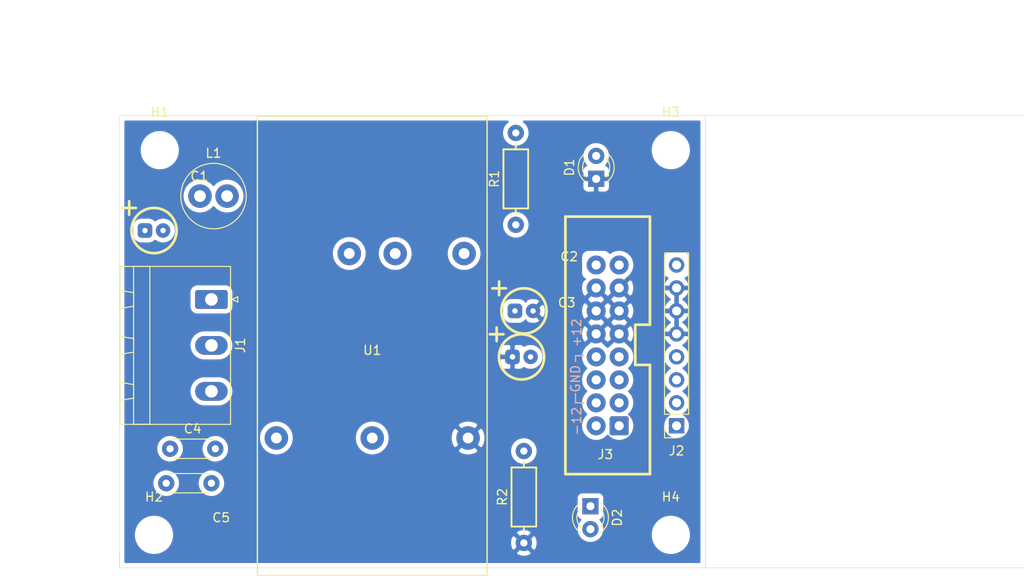
<source format=kicad_pcb>
(kicad_pcb (version 20171130) (host pcbnew 5.1.4-e60b266~84~ubuntu18.04.1)

  (general
    (thickness 1.6)
    (drawings 7)
    (tracks 0)
    (zones 0)
    (modules 18)
    (nets 19)
  )

  (page A4)
  (layers
    (0 F.Cu signal)
    (31 B.Cu signal)
    (32 B.Adhes user)
    (33 F.Adhes user)
    (34 B.Paste user)
    (35 F.Paste user)
    (36 B.SilkS user)
    (37 F.SilkS user)
    (38 B.Mask user)
    (39 F.Mask user)
    (40 Dwgs.User user)
    (41 Cmts.User user)
    (42 Eco1.User user)
    (43 Eco2.User user)
    (44 Edge.Cuts user)
    (45 Margin user)
    (46 B.CrtYd user)
    (47 F.CrtYd user)
    (48 B.Fab user)
    (49 F.Fab user hide)
  )

  (setup
    (last_trace_width 0.25)
    (trace_clearance 0.2)
    (zone_clearance 0.508)
    (zone_45_only no)
    (trace_min 0.2)
    (via_size 0.8)
    (via_drill 0.4)
    (via_min_size 0.4)
    (via_min_drill 0.3)
    (uvia_size 0.3)
    (uvia_drill 0.1)
    (uvias_allowed no)
    (uvia_min_size 0.2)
    (uvia_min_drill 0.1)
    (edge_width 0.05)
    (segment_width 0.2)
    (pcb_text_width 0.3)
    (pcb_text_size 1.5 1.5)
    (mod_edge_width 0.12)
    (mod_text_size 1 1)
    (mod_text_width 0.15)
    (pad_size 1.524 1.524)
    (pad_drill 0.762)
    (pad_to_mask_clearance 0.051)
    (solder_mask_min_width 0.25)
    (aux_axis_origin 0 0)
    (visible_elements FFFFFF7F)
    (pcbplotparams
      (layerselection 0x010fc_ffffffff)
      (usegerberextensions false)
      (usegerberattributes false)
      (usegerberadvancedattributes false)
      (creategerberjobfile false)
      (excludeedgelayer true)
      (linewidth 0.100000)
      (plotframeref false)
      (viasonmask false)
      (mode 1)
      (useauxorigin false)
      (hpglpennumber 1)
      (hpglpenspeed 20)
      (hpglpendiameter 15.000000)
      (psnegative false)
      (psa4output false)
      (plotreference true)
      (plotvalue true)
      (plotinvisibletext false)
      (padsonsilk false)
      (subtractmaskfromsilk false)
      (outputformat 1)
      (mirror false)
      (drillshape 1)
      (scaleselection 1)
      (outputdirectory ""))
  )

  (net 0 "")
  (net 1 "Net-(C1-Pad2)")
  (net 2 "Net-(C1-Pad1)")
  (net 3 GND)
  (net 4 +12V)
  (net 5 -12V)
  (net 6 "Net-(D1-Pad2)")
  (net 7 "Net-(D2-Pad2)")
  (net 8 "Net-(J1-Pad3)")
  (net 9 "Net-(J3-Pad11)")
  (net 10 "Net-(J3-Pad12)")
  (net 11 "Net-(J3-Pad13)")
  (net 12 "Net-(J3-Pad14)")
  (net 13 "Net-(J3-Pad15)")
  (net 14 "Net-(J3-Pad16)")
  (net 15 "Net-(L1-Pad2)")
  (net 16 "Net-(J2-Pad8)")
  (net 17 "Net-(J2-Pad7)")
  (net 18 "Net-(J2-Pad6)")

  (net_class Default "This is the default net class."
    (clearance 0.2)
    (trace_width 0.25)
    (via_dia 0.8)
    (via_drill 0.4)
    (uvia_dia 0.3)
    (uvia_drill 0.1)
    (add_net +12V)
    (add_net -12V)
    (add_net GND)
    (add_net "Net-(C1-Pad1)")
    (add_net "Net-(C1-Pad2)")
    (add_net "Net-(D1-Pad2)")
    (add_net "Net-(D2-Pad2)")
    (add_net "Net-(J1-Pad3)")
    (add_net "Net-(J2-Pad6)")
    (add_net "Net-(J2-Pad7)")
    (add_net "Net-(J2-Pad8)")
    (add_net "Net-(J3-Pad11)")
    (add_net "Net-(J3-Pad12)")
    (add_net "Net-(J3-Pad13)")
    (add_net "Net-(J3-Pad14)")
    (add_net "Net-(J3-Pad15)")
    (add_net "Net-(J3-Pad16)")
    (add_net "Net-(L1-Pad2)")
  )

  (module Connector_PinSocket_2.54mm:PinSocket_1x08_P2.54mm_Vertical (layer F.Cu) (tedit 5A19A420) (tstamp 5DBB1789)
    (at 163.195 72.39 180)
    (descr "Through hole straight socket strip, 1x08, 2.54mm pitch, single row (from Kicad 4.0.7), script generated")
    (tags "Through hole socket strip THT 1x08 2.54mm single row")
    (path /5DC0F91E)
    (fp_text reference J2 (at 0 -2.77) (layer F.SilkS)
      (effects (font (size 1 1) (thickness 0.15)))
    )
    (fp_text value Conn_01x08 (at 0 20.55) (layer F.Fab)
      (effects (font (size 1 1) (thickness 0.15)))
    )
    (fp_text user %R (at 0 8.89 90) (layer F.Fab)
      (effects (font (size 1 1) (thickness 0.15)))
    )
    (fp_line (start -1.8 19.55) (end -1.8 -1.8) (layer F.CrtYd) (width 0.05))
    (fp_line (start 1.75 19.55) (end -1.8 19.55) (layer F.CrtYd) (width 0.05))
    (fp_line (start 1.75 -1.8) (end 1.75 19.55) (layer F.CrtYd) (width 0.05))
    (fp_line (start -1.8 -1.8) (end 1.75 -1.8) (layer F.CrtYd) (width 0.05))
    (fp_line (start 0 -1.33) (end 1.33 -1.33) (layer F.SilkS) (width 0.12))
    (fp_line (start 1.33 -1.33) (end 1.33 0) (layer F.SilkS) (width 0.12))
    (fp_line (start 1.33 1.27) (end 1.33 19.11) (layer F.SilkS) (width 0.12))
    (fp_line (start -1.33 19.11) (end 1.33 19.11) (layer F.SilkS) (width 0.12))
    (fp_line (start -1.33 1.27) (end -1.33 19.11) (layer F.SilkS) (width 0.12))
    (fp_line (start -1.33 1.27) (end 1.33 1.27) (layer F.SilkS) (width 0.12))
    (fp_line (start -1.27 19.05) (end -1.27 -1.27) (layer F.Fab) (width 0.1))
    (fp_line (start 1.27 19.05) (end -1.27 19.05) (layer F.Fab) (width 0.1))
    (fp_line (start 1.27 -0.635) (end 1.27 19.05) (layer F.Fab) (width 0.1))
    (fp_line (start 0.635 -1.27) (end 1.27 -0.635) (layer F.Fab) (width 0.1))
    (fp_line (start -1.27 -1.27) (end 0.635 -1.27) (layer F.Fab) (width 0.1))
    (pad 8 thru_hole oval (at 0 17.78 180) (size 1.7 1.7) (drill 1) (layers *.Cu *.Mask)
      (net 16 "Net-(J2-Pad8)"))
    (pad 7 thru_hole oval (at 0 15.24 180) (size 1.7 1.7) (drill 1) (layers *.Cu *.Mask)
      (net 17 "Net-(J2-Pad7)"))
    (pad 6 thru_hole oval (at 0 12.7 180) (size 1.7 1.7) (drill 1) (layers *.Cu *.Mask)
      (net 18 "Net-(J2-Pad6)"))
    (pad 5 thru_hole oval (at 0 10.16 180) (size 1.7 1.7) (drill 1) (layers *.Cu *.Mask)
      (net 4 +12V))
    (pad 4 thru_hole oval (at 0 7.62 180) (size 1.7 1.7) (drill 1) (layers *.Cu *.Mask)
      (net 3 GND))
    (pad 3 thru_hole oval (at 0 5.08 180) (size 1.7 1.7) (drill 1) (layers *.Cu *.Mask)
      (net 3 GND))
    (pad 2 thru_hole oval (at 0 2.54 180) (size 1.7 1.7) (drill 1) (layers *.Cu *.Mask)
      (net 3 GND))
    (pad 1 thru_hole rect (at 0 0 180) (size 1.7 1.7) (drill 1) (layers *.Cu *.Mask)
      (net 5 -12V))
    (model ${KISYS3DMOD}/Connector_PinSocket_2.54mm.3dshapes/PinSocket_1x08_P2.54mm_Vertical.wrl
      (at (xyz 0 0 0))
      (scale (xyz 1 1 1))
      (rotate (xyz 0 0 0))
    )
  )

  (module MountingHole:MountingHole_3.2mm_M3 (layer F.Cu) (tedit 56D1B4CB) (tstamp 5DBB0767)
    (at 162.56 84.455)
    (descr "Mounting Hole 3.2mm, no annular, M3")
    (tags "mounting hole 3.2mm no annular m3")
    (path /5DC08E47)
    (attr virtual)
    (fp_text reference H4 (at 0 -4.2) (layer F.SilkS)
      (effects (font (size 1 1) (thickness 0.15)))
    )
    (fp_text value MountingHole (at 0 4.2) (layer F.Fab)
      (effects (font (size 1 1) (thickness 0.15)))
    )
    (fp_circle (center 0 0) (end 3.45 0) (layer F.CrtYd) (width 0.05))
    (fp_circle (center 0 0) (end 3.2 0) (layer Cmts.User) (width 0.15))
    (fp_text user %R (at 0.3 0) (layer F.Fab)
      (effects (font (size 1 1) (thickness 0.15)))
    )
    (pad 1 np_thru_hole circle (at 0 0) (size 3.2 3.2) (drill 3.2) (layers *.Cu *.Mask))
  )

  (module MountingHole:MountingHole_3.2mm_M3 (layer F.Cu) (tedit 56D1B4CB) (tstamp 5DBB077C)
    (at 162.56 41.91)
    (descr "Mounting Hole 3.2mm, no annular, M3")
    (tags "mounting hole 3.2mm no annular m3")
    (path /5DC08B41)
    (attr virtual)
    (fp_text reference H3 (at 0 -4.2) (layer F.SilkS)
      (effects (font (size 1 1) (thickness 0.15)))
    )
    (fp_text value MountingHole (at 0 4.2) (layer F.Fab)
      (effects (font (size 1 1) (thickness 0.15)))
    )
    (fp_circle (center 0 0) (end 3.45 0) (layer F.CrtYd) (width 0.05))
    (fp_circle (center 0 0) (end 3.2 0) (layer Cmts.User) (width 0.15))
    (fp_text user %R (at 0.3 0) (layer F.Fab)
      (effects (font (size 1 1) (thickness 0.15)))
    )
    (pad 1 np_thru_hole circle (at 0 0) (size 3.2 3.2) (drill 3.2) (layers *.Cu *.Mask))
  )

  (module MountingHole:MountingHole_3.2mm_M3 (layer F.Cu) (tedit 56D1B4CB) (tstamp 5DBB07A6)
    (at 105.41 84.455)
    (descr "Mounting Hole 3.2mm, no annular, M3")
    (tags "mounting hole 3.2mm no annular m3")
    (path /5DC0888C)
    (attr virtual)
    (fp_text reference H2 (at 0 -4.2) (layer F.SilkS)
      (effects (font (size 1 1) (thickness 0.15)))
    )
    (fp_text value MountingHole (at 0 4.2) (layer F.Fab)
      (effects (font (size 1 1) (thickness 0.15)))
    )
    (fp_circle (center 0 0) (end 3.45 0) (layer F.CrtYd) (width 0.05))
    (fp_circle (center 0 0) (end 3.2 0) (layer Cmts.User) (width 0.15))
    (fp_text user %R (at 0.3 0) (layer F.Fab)
      (effects (font (size 1 1) (thickness 0.15)))
    )
    (pad 1 np_thru_hole circle (at 0 0) (size 3.2 3.2) (drill 3.2) (layers *.Cu *.Mask))
  )

  (module MountingHole:MountingHole_3.2mm_M3 (layer F.Cu) (tedit 56D1B4CB) (tstamp 5DBB0791)
    (at 106.045 41.91)
    (descr "Mounting Hole 3.2mm, no annular, M3")
    (tags "mounting hole 3.2mm no annular m3")
    (path /5DC08543)
    (attr virtual)
    (fp_text reference H1 (at 0 -4.2) (layer F.SilkS)
      (effects (font (size 1 1) (thickness 0.15)))
    )
    (fp_text value MountingHole (at 0 4.2) (layer F.Fab)
      (effects (font (size 1 1) (thickness 0.15)))
    )
    (fp_circle (center 0 0) (end 3.45 0) (layer F.CrtYd) (width 0.05))
    (fp_circle (center 0 0) (end 3.2 0) (layer Cmts.User) (width 0.15))
    (fp_text user %R (at 0.3 0) (layer F.Fab)
      (effects (font (size 1 1) (thickness 0.15)))
    )
    (pad 1 np_thru_hole circle (at 0 0) (size 3.2 3.2) (drill 3.2) (layers *.Cu *.Mask))
  )

  (module Clacktronics:RDDW20F (layer F.Cu) (tedit 5D230F5B) (tstamp 5DBAFAAF)
    (at 129.54 63.54)
    (path /5D356F39)
    (fp_text reference U1 (at 0 0.5) (layer F.SilkS)
      (effects (font (size 1 1) (thickness 0.15)))
    )
    (fp_text value RDDW20F-12 (at -9.271 -26.67) (layer F.Fab)
      (effects (font (size 1 1) (thickness 0.15)))
    )
    (fp_line (start -12.7 -25.4) (end -12.7 25.4) (layer F.SilkS) (width 0.15))
    (fp_line (start -12.7 25.4) (end 12.7 25.4) (layer F.SilkS) (width 0.15))
    (fp_line (start 12.7 -25.4) (end 12.7 25.4) (layer F.SilkS) (width 0.15))
    (fp_line (start -12.7 -25.4) (end 12.7 -25.4) (layer F.SilkS) (width 0.15))
    (pad 6 thru_hole circle (at 10.16 -10.2) (size 2.6 2.6) (drill 1.2) (layers *.Cu *.Mask)
      (net 8 "Net-(J1-Pad3)"))
    (pad 5 thru_hole circle (at 10.6 10.2) (size 2.6 2.6) (drill 1.2) (layers *.Cu *.Mask)
      (net 3 GND))
    (pad 4 thru_hole circle (at 0 10.2) (size 2.6 2.6) (drill 1.2) (layers *.Cu *.Mask)
      (net 5 -12V))
    (pad 3 thru_hole circle (at -10.6 10.2) (size 2.6 2.6) (drill 1.2) (layers *.Cu *.Mask)
      (net 4 +12V))
    (pad 2 thru_hole circle (at 2.54 -10.2) (size 2.6 2.6) (drill 1.2) (layers *.Cu *.Mask)
      (net 1 "Net-(C1-Pad2)"))
    (pad 1 thru_hole circle (at -2.54 -10.2) (size 2.6 2.6) (drill 1.2) (layers *.Cu *.Mask)
      (net 15 "Net-(L1-Pad2)"))
  )

  (module Clacktronics:R_TH_Axial_250mw_P10.16mm_Horizontal (layer F.Cu) (tedit 5CFA571A) (tstamp 5DBAFAA1)
    (at 146.304 85.344 90)
    (descr "Resistor, Axial_DIN0207 series, Axial, Horizontal, pin pitch=10.16mm, 0.25W = 1/4W, length*diameter=6.3*2.5mm^2, http://cdn-reichelt.de/documents/datenblatt/B400/1_4W%23YAG.pdf")
    (tags "Resistor Axial_DIN0207 series Axial Horizontal pin pitch 10.16mm 0.25W = 1/4W length 6.3mm diameter 2.5mm")
    (path /5DBF94B5)
    (fp_text reference R2 (at 5.08 -2.37 90) (layer F.SilkS)
      (effects (font (size 1 1) (thickness 0.15)))
    )
    (fp_text value R (at 5.08 2.37 90) (layer F.Fab)
      (effects (font (size 1 1) (thickness 0.15)))
    )
    (fp_line (start 8.35 -1.37) (end 1.81 -1.37) (layer F.SilkS) (width 0.2))
    (fp_line (start 8.35 1.37) (end 8.35 -1.37) (layer F.SilkS) (width 0.2))
    (fp_text user %R (at 5.08 0 90) (layer F.Fab)
      (effects (font (size 1 1) (thickness 0.15)))
    )
    (fp_line (start 11.21 -1.5) (end -1.05 -1.5) (layer F.CrtYd) (width 0.05))
    (fp_line (start 11.21 1.5) (end 11.21 -1.5) (layer F.CrtYd) (width 0.05))
    (fp_line (start -1.05 1.5) (end 11.21 1.5) (layer F.CrtYd) (width 0.05))
    (fp_line (start -1.05 -1.5) (end -1.05 1.5) (layer F.CrtYd) (width 0.05))
    (fp_line (start 9 0) (end 8.35 0) (layer F.SilkS) (width 0.2))
    (fp_line (start 1.2 0) (end 1.81 0) (layer F.SilkS) (width 0.2))
    (fp_line (start 8.35 -1.37) (end 1.81 -1.37) (layer F.SilkS) (width 0.2))
    (fp_line (start 8.35 1.37) (end 8.35 -1.37) (layer F.SilkS) (width 0.2))
    (fp_line (start 1.81 1.37) (end 8.35 1.37) (layer F.SilkS) (width 0.2))
    (fp_line (start 1.81 -1.37) (end 1.81 1.37) (layer F.SilkS) (width 0.2))
    (fp_line (start 10.16 0) (end 8.23 0) (layer F.Fab) (width 0.1))
    (fp_line (start 0 0) (end 1.93 0) (layer F.Fab) (width 0.1))
    (fp_line (start 8.23 -1.25) (end 1.93 -1.25) (layer F.Fab) (width 0.1))
    (fp_line (start 8.23 1.25) (end 8.23 -1.25) (layer F.Fab) (width 0.1))
    (fp_line (start 1.93 1.25) (end 8.23 1.25) (layer F.Fab) (width 0.1))
    (fp_line (start 1.93 -1.25) (end 1.93 1.25) (layer F.Fab) (width 0.1))
    (pad 2 thru_hole circle (at 10.16 0 90) (size 1.8 1.8) (drill 0.8) (layers *.Cu *.Mask)
      (net 7 "Net-(D2-Pad2)"))
    (pad 1 thru_hole circle (at 0 0 90) (size 1.8 1.8) (drill 0.8) (layers *.Cu *.Mask)
      (net 3 GND))
    (model ${KISYS3DMOD}/Resistor_THT.3dshapes/R_Axial_DIN0207_L6.3mm_D2.5mm_P10.16mm_Horizontal.wrl
      (at (xyz 0 0 0))
      (scale (xyz 1 1 1))
      (rotate (xyz 0 0 0))
    )
  )

  (module Clacktronics:R_TH_Axial_250mw_P10.16mm_Horizontal (layer F.Cu) (tedit 5CFA571A) (tstamp 5DBAFA88)
    (at 145.415 50.165 90)
    (descr "Resistor, Axial_DIN0207 series, Axial, Horizontal, pin pitch=10.16mm, 0.25W = 1/4W, length*diameter=6.3*2.5mm^2, http://cdn-reichelt.de/documents/datenblatt/B400/1_4W%23YAG.pdf")
    (tags "Resistor Axial_DIN0207 series Axial Horizontal pin pitch 10.16mm 0.25W = 1/4W length 6.3mm diameter 2.5mm")
    (path /5DBF8C6A)
    (fp_text reference R1 (at 5.08 -2.37 90) (layer F.SilkS)
      (effects (font (size 1 1) (thickness 0.15)))
    )
    (fp_text value R (at 3.599 1.482 90) (layer F.Fab)
      (effects (font (size 1 1) (thickness 0.15)))
    )
    (fp_line (start 8.35 -1.37) (end 1.81 -1.37) (layer F.SilkS) (width 0.2))
    (fp_line (start 8.35 1.37) (end 8.35 -1.37) (layer F.SilkS) (width 0.2))
    (fp_text user %R (at 5.08 0 90) (layer F.Fab)
      (effects (font (size 1 1) (thickness 0.15)))
    )
    (fp_line (start 11.21 -1.5) (end -1.05 -1.5) (layer F.CrtYd) (width 0.05))
    (fp_line (start 11.21 1.5) (end 11.21 -1.5) (layer F.CrtYd) (width 0.05))
    (fp_line (start -1.05 1.5) (end 11.21 1.5) (layer F.CrtYd) (width 0.05))
    (fp_line (start -1.05 -1.5) (end -1.05 1.5) (layer F.CrtYd) (width 0.05))
    (fp_line (start 9 0) (end 8.35 0) (layer F.SilkS) (width 0.2))
    (fp_line (start 1.2 0) (end 1.81 0) (layer F.SilkS) (width 0.2))
    (fp_line (start 8.35 -1.37) (end 1.81 -1.37) (layer F.SilkS) (width 0.2))
    (fp_line (start 8.35 1.37) (end 8.35 -1.37) (layer F.SilkS) (width 0.2))
    (fp_line (start 1.81 1.37) (end 8.35 1.37) (layer F.SilkS) (width 0.2))
    (fp_line (start 1.81 -1.37) (end 1.81 1.37) (layer F.SilkS) (width 0.2))
    (fp_line (start 10.16 0) (end 8.23 0) (layer F.Fab) (width 0.1))
    (fp_line (start 0 0) (end 1.93 0) (layer F.Fab) (width 0.1))
    (fp_line (start 8.23 -1.25) (end 1.93 -1.25) (layer F.Fab) (width 0.1))
    (fp_line (start 8.23 1.25) (end 8.23 -1.25) (layer F.Fab) (width 0.1))
    (fp_line (start 1.93 1.25) (end 8.23 1.25) (layer F.Fab) (width 0.1))
    (fp_line (start 1.93 -1.25) (end 1.93 1.25) (layer F.Fab) (width 0.1))
    (pad 2 thru_hole circle (at 10.16 0 90) (size 1.8 1.8) (drill 0.8) (layers *.Cu *.Mask)
      (net 6 "Net-(D1-Pad2)"))
    (pad 1 thru_hole circle (at 0 0 90) (size 1.8 1.8) (drill 0.8) (layers *.Cu *.Mask)
      (net 4 +12V))
    (model ${KISYS3DMOD}/Resistor_THT.3dshapes/R_Axial_DIN0207_L6.3mm_D2.5mm_P10.16mm_Horizontal.wrl
      (at (xyz 0 0 0))
      (scale (xyz 1 1 1))
      (rotate (xyz 0 0 0))
    )
  )

  (module Inductor_THT:L_Radial_D7.0mm_P3.00mm (layer F.Cu) (tedit 5AE59B06) (tstamp 5DBAFA6F)
    (at 110.49 46.99)
    (descr "Inductor, Radial series, Radial, pin pitch=3.00mm, , diameter=7mm, http://www.abracon.com/Magnetics/radial/AIUR-16.pdf")
    (tags "Inductor Radial series Radial pin pitch 3.00mm  diameter 7mm")
    (path /5DBD8B0F)
    (fp_text reference L1 (at 1.5 -4.75) (layer F.SilkS)
      (effects (font (size 1 1) (thickness 0.15)))
    )
    (fp_text value 1.2mH (at 1.5 4.75) (layer F.Fab)
      (effects (font (size 1 1) (thickness 0.15)))
    )
    (fp_text user %R (at 1.5 0) (layer F.Fab)
      (effects (font (size 1 1) (thickness 0.15)))
    )
    (fp_circle (center 1.5 0) (end 5.25 0) (layer F.CrtYd) (width 0.05))
    (fp_circle (center 1.5 0) (end 5.12 0) (layer F.SilkS) (width 0.12))
    (fp_circle (center 1.5 0) (end 5 0) (layer F.Fab) (width 0.1))
    (pad 2 thru_hole circle (at 3 0) (size 2.6 2.6) (drill 1.3) (layers *.Cu *.Mask)
      (net 15 "Net-(L1-Pad2)"))
    (pad 1 thru_hole circle (at 0 0) (size 2.6 2.6) (drill 1.3) (layers *.Cu *.Mask)
      (net 2 "Net-(C1-Pad1)"))
    (model ${KISYS3DMOD}/Inductor_THT.3dshapes/L_Radial_D7.0mm_P3.00mm.wrl
      (at (xyz 0 0 0))
      (scale (xyz 1 1 1))
      (rotate (xyz 0 0 0))
    )
  )

  (module Clacktronics:Eurorack-IDC-Header (layer F.Cu) (tedit 5DB96DBA) (tstamp 5DBAFA65)
    (at 156.845 72.39 180)
    (descr "Through hole straight IDC box header, 2x08, 2.54mm pitch, double rows")
    (tags "Through hole IDC box header THT 2x08 2.54mm double row")
    (path /5D35C90B)
    (fp_text reference J3 (at 1.524 -3.175) (layer F.SilkS)
      (effects (font (size 1 1) (thickness 0.15)))
    )
    (fp_text value Conn_02x08_Odd_Even (at 1.27 24.384) (layer F.Fab)
      (effects (font (size 1 1) (thickness 0.15)))
    )
    (fp_line (start -3.405 23.13) (end -3.405 11.176) (layer F.SilkS) (width 0.3))
    (fp_line (start -3.405 -5.35) (end -3.405 6.731) (layer F.SilkS) (width 0.3))
    (fp_line (start 4.826 7.747) (end 4.826 7.112) (layer B.SilkS) (width 0.15))
    (fp_line (start 3.937 7.747) (end 4.826 7.747) (layer B.SilkS) (width 0.15))
    (fp_line (start 4.826 2.54) (end 4.826 3.556) (layer B.SilkS) (width 0.15))
    (fp_line (start 3.937 2.54) (end 4.826 2.54) (layer B.SilkS) (width 0.15))
    (fp_text user GND (at 4.826 5.207 270) (layer B.SilkS)
      (effects (font (size 1 1) (thickness 0.15)))
    )
    (fp_text user +12 (at 4.699 10.287 270) (layer B.SilkS)
      (effects (font (size 1 1) (thickness 0.15)))
    )
    (fp_text user -12 (at 4.699 0.508 270) (layer B.SilkS)
      (effects (font (size 1 1) (thickness 0.15)))
    )
    (fp_line (start -1.778 11.176) (end -3.405 11.176) (layer F.SilkS) (width 0.3))
    (fp_line (start -1.778 6.731) (end -1.778 11.176) (layer F.SilkS) (width 0.3))
    (fp_line (start -3.405 6.731) (end -1.778 6.731) (layer F.SilkS) (width 0.3))
    (fp_text user %R (at 1.27 8.89) (layer F.Fab)
      (effects (font (size 1 1) (thickness 0.15)))
    )
    (fp_line (start 5.695 -5.1) (end 5.695 22.88) (layer F.Fab) (width 0.1))
    (fp_line (start 5.145 -4.56) (end 5.145 22.32) (layer F.Fab) (width 0.1))
    (fp_line (start -3.155 -5.1) (end -3.155 22.88) (layer F.Fab) (width 0.1))
    (fp_line (start -2.605 -4.56) (end -2.605 6.64) (layer F.Fab) (width 0.1))
    (fp_line (start -2.605 11.14) (end -2.605 22.32) (layer F.Fab) (width 0.1))
    (fp_line (start -2.605 6.64) (end -3.155 6.64) (layer F.Fab) (width 0.1))
    (fp_line (start -2.605 11.14) (end -3.155 11.14) (layer F.Fab) (width 0.1))
    (fp_line (start 5.695 -5.1) (end -3.155 -5.1) (layer F.Fab) (width 0.1))
    (fp_line (start 5.145 -4.56) (end -2.605 -4.56) (layer F.Fab) (width 0.1))
    (fp_line (start 5.695 22.88) (end -3.155 22.88) (layer F.Fab) (width 0.1))
    (fp_line (start 5.145 22.32) (end -2.605 22.32) (layer F.Fab) (width 0.1))
    (fp_line (start 5.695 -5.1) (end 5.145 -4.56) (layer F.Fab) (width 0.1))
    (fp_line (start 5.695 22.88) (end 5.145 22.32) (layer F.Fab) (width 0.1))
    (fp_line (start -3.155 -5.1) (end -2.605 -4.56) (layer F.Fab) (width 0.1))
    (fp_line (start -3.155 22.88) (end -2.605 22.32) (layer F.Fab) (width 0.1))
    (fp_line (start 5.95 -5.35) (end 5.95 23.13) (layer F.CrtYd) (width 0.05))
    (fp_line (start 5.95 23.13) (end -3.41 23.13) (layer F.CrtYd) (width 0.05))
    (fp_line (start -3.41 23.13) (end -3.41 -5.35) (layer F.CrtYd) (width 0.05))
    (fp_line (start -3.41 -5.35) (end 5.95 -5.35) (layer F.CrtYd) (width 0.05))
    (fp_line (start 5.945 -5.35) (end 5.945 23.13) (layer F.SilkS) (width 0.3))
    (fp_line (start 5.945 23.13) (end -3.405 23.13) (layer F.SilkS) (width 0.3))
    (fp_line (start -3.405 -5.35) (end 5.945 -5.35) (layer F.SilkS) (width 0.3))
    (pad 1 thru_hole roundrect (at 0 0 180) (size 2.1 2.1) (drill 1.016) (layers *.Cu *.Mask) (roundrect_rratio 0.1)
      (net 5 -12V))
    (pad 2 thru_hole circle (at 2.54 0 180) (size 2.1 2.1) (drill 1.016) (layers *.Cu *.Mask)
      (net 5 -12V))
    (pad 3 thru_hole circle (at 0 2.54 180) (size 2.1 2.1) (drill 1.016) (layers *.Cu *.Mask)
      (net 3 GND))
    (pad 4 thru_hole circle (at 2.54 2.54 180) (size 2.1 2.1) (drill 1.016) (layers *.Cu *.Mask)
      (net 3 GND))
    (pad 5 thru_hole circle (at 0 5.08 180) (size 2.1 2.1) (drill 1.016) (layers *.Cu *.Mask)
      (net 3 GND))
    (pad 6 thru_hole circle (at 2.54 5.08 180) (size 2.1 2.1) (drill 1.016) (layers *.Cu *.Mask)
      (net 3 GND))
    (pad 7 thru_hole circle (at 0 7.62 180) (size 2.1 2.1) (drill 1.016) (layers *.Cu *.Mask)
      (net 3 GND))
    (pad 8 thru_hole circle (at 2.54 7.62 180) (size 2.1 2.1) (drill 1.016) (layers *.Cu *.Mask)
      (net 3 GND))
    (pad 9 thru_hole circle (at 0 10.16 180) (size 2.1 2.1) (drill 1.016) (layers *.Cu *.Mask)
      (net 4 +12V))
    (pad 10 thru_hole circle (at 2.54 10.16 180) (size 2.1 2.1) (drill 1.016) (layers *.Cu *.Mask)
      (net 4 +12V))
    (pad 11 thru_hole circle (at 0 12.7 180) (size 2.1 2.1) (drill 1.016) (layers *.Cu *.Mask)
      (net 9 "Net-(J3-Pad11)"))
    (pad 12 thru_hole circle (at 2.54 12.7 180) (size 2.1 2.1) (drill 1.016) (layers *.Cu *.Mask)
      (net 10 "Net-(J3-Pad12)"))
    (pad 13 thru_hole circle (at 0 15.24 180) (size 2.1 2.1) (drill 1.016) (layers *.Cu *.Mask)
      (net 11 "Net-(J3-Pad13)"))
    (pad 14 thru_hole circle (at 2.54 15.24 180) (size 2.1 2.1) (drill 1.016) (layers *.Cu *.Mask)
      (net 12 "Net-(J3-Pad14)"))
    (pad 15 thru_hole circle (at 0 17.78 180) (size 2.1 2.1) (drill 1.016) (layers *.Cu *.Mask)
      (net 13 "Net-(J3-Pad15)"))
    (pad 16 thru_hole circle (at 2.54 17.78 180) (size 2.1 2.1) (drill 1.016) (layers *.Cu *.Mask)
      (net 14 "Net-(J3-Pad16)"))
    (model ${KISYS3DMOD}/Connector_IDC.3dshapes/IDC-Header_2x08_P2.54mm_Vertical.wrl
      (at (xyz 0 0 0))
      (scale (xyz 1 1 1))
      (rotate (xyz 0 0 0))
    )
  )

  (module Connector_Phoenix_MSTB:PhoenixContact_MSTBA_2,5_3-G-5,08_1x03_P5.08mm_Horizontal (layer F.Cu) (tedit 5B785047) (tstamp 5DBAFA2E)
    (at 111.76 58.42 270)
    (descr "Generic Phoenix Contact connector footprint for: MSTBA_2,5/3-G-5,08; number of pins: 03; pin pitch: 5.08mm; Angled || order number: 1757255 12A || order number: 1923872 16A (HC)")
    (tags "phoenix_contact connector MSTBA_01x03_G_5.08mm")
    (path /5DBDDAB4)
    (fp_text reference J1 (at 5.08 -3.2 90) (layer F.SilkS)
      (effects (font (size 1 1) (thickness 0.15)))
    )
    (fp_text value Conn_01x03 (at 5.08 11.2 90) (layer F.Fab)
      (effects (font (size 1 1) (thickness 0.15)))
    )
    (fp_text user %R (at 5.08 -1.3 90) (layer F.Fab)
      (effects (font (size 1 1) (thickness 0.15)))
    )
    (fp_line (start 0 -0.5) (end -0.95 -2) (layer F.Fab) (width 0.1))
    (fp_line (start 0.95 -2) (end 0 -0.5) (layer F.Fab) (width 0.1))
    (fp_line (start -0.3 -2.91) (end 0.3 -2.91) (layer F.SilkS) (width 0.12))
    (fp_line (start 0 -2.31) (end -0.3 -2.91) (layer F.SilkS) (width 0.12))
    (fp_line (start 0.3 -2.91) (end 0 -2.31) (layer F.SilkS) (width 0.12))
    (fp_line (start 14.2 -2.5) (end -4.04 -2.5) (layer F.CrtYd) (width 0.05))
    (fp_line (start 14.2 10.5) (end 14.2 -2.5) (layer F.CrtYd) (width 0.05))
    (fp_line (start -4.04 10.5) (end 14.2 10.5) (layer F.CrtYd) (width 0.05))
    (fp_line (start -4.04 -2.5) (end -4.04 10.5) (layer F.CrtYd) (width 0.05))
    (fp_line (start 9.41 8.61) (end 9.16 10.11) (layer F.SilkS) (width 0.12))
    (fp_line (start 10.91 8.61) (end 9.41 8.61) (layer F.SilkS) (width 0.12))
    (fp_line (start 11.16 10.11) (end 10.91 8.61) (layer F.SilkS) (width 0.12))
    (fp_line (start 9.16 10.11) (end 11.16 10.11) (layer F.SilkS) (width 0.12))
    (fp_line (start 4.33 8.61) (end 4.08 10.11) (layer F.SilkS) (width 0.12))
    (fp_line (start 5.83 8.61) (end 4.33 8.61) (layer F.SilkS) (width 0.12))
    (fp_line (start 6.08 10.11) (end 5.83 8.61) (layer F.SilkS) (width 0.12))
    (fp_line (start 4.08 10.11) (end 6.08 10.11) (layer F.SilkS) (width 0.12))
    (fp_line (start -0.75 8.61) (end -1 10.11) (layer F.SilkS) (width 0.12))
    (fp_line (start 0.75 8.61) (end -0.75 8.61) (layer F.SilkS) (width 0.12))
    (fp_line (start 1 10.11) (end 0.75 8.61) (layer F.SilkS) (width 0.12))
    (fp_line (start -1 10.11) (end 1 10.11) (layer F.SilkS) (width 0.12))
    (fp_line (start 13.81 8.61) (end -3.65 8.61) (layer F.SilkS) (width 0.12))
    (fp_line (start 13.81 6.81) (end 13.81 8.61) (layer F.SilkS) (width 0.12))
    (fp_line (start -3.65 6.81) (end 13.81 6.81) (layer F.SilkS) (width 0.12))
    (fp_line (start -3.65 8.61) (end -3.65 6.81) (layer F.SilkS) (width 0.12))
    (fp_line (start 13.7 -2) (end -3.54 -2) (layer F.Fab) (width 0.1))
    (fp_line (start 13.7 10) (end 13.7 -2) (layer F.Fab) (width 0.1))
    (fp_line (start -3.54 10) (end 13.7 10) (layer F.Fab) (width 0.1))
    (fp_line (start -3.54 -2) (end -3.54 10) (layer F.Fab) (width 0.1))
    (fp_line (start 13.81 -2.11) (end -3.65 -2.11) (layer F.SilkS) (width 0.12))
    (fp_line (start 13.81 10.11) (end 13.81 -2.11) (layer F.SilkS) (width 0.12))
    (fp_line (start -3.65 10.11) (end 13.81 10.11) (layer F.SilkS) (width 0.12))
    (fp_line (start -3.65 -2.11) (end -3.65 10.11) (layer F.SilkS) (width 0.12))
    (pad 3 thru_hole oval (at 10.16 0 270) (size 2.08 3.6) (drill 1.4) (layers *.Cu *.Mask)
      (net 8 "Net-(J1-Pad3)"))
    (pad 2 thru_hole oval (at 5.08 0 270) (size 2.08 3.6) (drill 1.4) (layers *.Cu *.Mask)
      (net 1 "Net-(C1-Pad2)"))
    (pad 1 thru_hole roundrect (at 0 0 270) (size 2.08 3.6) (drill 1.4) (layers *.Cu *.Mask) (roundrect_rratio 0.120192)
      (net 2 "Net-(C1-Pad1)"))
    (model ${KISYS3DMOD}/Connector_Phoenix_MSTB.3dshapes/PhoenixContact_MSTBA_2,5_3-G-5,08_1x03_P5.08mm_Horizontal.wrl
      (at (xyz 0 0 0))
      (scale (xyz 1 1 1))
      (rotate (xyz 0 0 0))
    )
  )

  (module LED_THT:LED_D3.0mm (layer F.Cu) (tedit 587A3A7B) (tstamp 5DBAFA05)
    (at 153.67 81.28 270)
    (descr "LED, diameter 3.0mm, 2 pins")
    (tags "LED diameter 3.0mm 2 pins")
    (path /5DBF6EAA)
    (fp_text reference D2 (at 1.27 -2.96 90) (layer F.SilkS)
      (effects (font (size 1 1) (thickness 0.15)))
    )
    (fp_text value LED (at 1.27 2.96 90) (layer F.Fab)
      (effects (font (size 1 1) (thickness 0.15)))
    )
    (fp_line (start 3.7 -2.25) (end -1.15 -2.25) (layer F.CrtYd) (width 0.05))
    (fp_line (start 3.7 2.25) (end 3.7 -2.25) (layer F.CrtYd) (width 0.05))
    (fp_line (start -1.15 2.25) (end 3.7 2.25) (layer F.CrtYd) (width 0.05))
    (fp_line (start -1.15 -2.25) (end -1.15 2.25) (layer F.CrtYd) (width 0.05))
    (fp_line (start -0.29 1.08) (end -0.29 1.236) (layer F.SilkS) (width 0.12))
    (fp_line (start -0.29 -1.236) (end -0.29 -1.08) (layer F.SilkS) (width 0.12))
    (fp_line (start -0.23 -1.16619) (end -0.23 1.16619) (layer F.Fab) (width 0.1))
    (fp_circle (center 1.27 0) (end 2.77 0) (layer F.Fab) (width 0.1))
    (fp_arc (start 1.27 0) (end 0.229039 1.08) (angle -87.9) (layer F.SilkS) (width 0.12))
    (fp_arc (start 1.27 0) (end 0.229039 -1.08) (angle 87.9) (layer F.SilkS) (width 0.12))
    (fp_arc (start 1.27 0) (end -0.29 1.235516) (angle -108.8) (layer F.SilkS) (width 0.12))
    (fp_arc (start 1.27 0) (end -0.29 -1.235516) (angle 108.8) (layer F.SilkS) (width 0.12))
    (fp_arc (start 1.27 0) (end -0.23 -1.16619) (angle 284.3) (layer F.Fab) (width 0.1))
    (pad 2 thru_hole circle (at 2.54 0 270) (size 1.8 1.8) (drill 0.9) (layers *.Cu *.Mask)
      (net 7 "Net-(D2-Pad2)"))
    (pad 1 thru_hole rect (at 0 0 270) (size 1.8 1.8) (drill 0.9) (layers *.Cu *.Mask)
      (net 5 -12V))
    (model ${KISYS3DMOD}/LED_THT.3dshapes/LED_D3.0mm.wrl
      (at (xyz 0 0 0))
      (scale (xyz 1 1 1))
      (rotate (xyz 0 0 0))
    )
  )

  (module LED_THT:LED_D3.0mm (layer F.Cu) (tedit 587A3A7B) (tstamp 5DBAF9F2)
    (at 154.305 45.085 90)
    (descr "LED, diameter 3.0mm, 2 pins")
    (tags "LED diameter 3.0mm 2 pins")
    (path /5DBF62E6)
    (fp_text reference D1 (at 1.27 -2.96 90) (layer F.SilkS)
      (effects (font (size 1 1) (thickness 0.15)))
    )
    (fp_text value LED (at 1.27 2.96 90) (layer F.Fab)
      (effects (font (size 1 1) (thickness 0.15)))
    )
    (fp_line (start 3.7 -2.25) (end -1.15 -2.25) (layer F.CrtYd) (width 0.05))
    (fp_line (start 3.7 2.25) (end 3.7 -2.25) (layer F.CrtYd) (width 0.05))
    (fp_line (start -1.15 2.25) (end 3.7 2.25) (layer F.CrtYd) (width 0.05))
    (fp_line (start -1.15 -2.25) (end -1.15 2.25) (layer F.CrtYd) (width 0.05))
    (fp_line (start -0.29 1.08) (end -0.29 1.236) (layer F.SilkS) (width 0.12))
    (fp_line (start -0.29 -1.236) (end -0.29 -1.08) (layer F.SilkS) (width 0.12))
    (fp_line (start -0.23 -1.16619) (end -0.23 1.16619) (layer F.Fab) (width 0.1))
    (fp_circle (center 1.27 0) (end 2.77 0) (layer F.Fab) (width 0.1))
    (fp_arc (start 1.27 0) (end 0.229039 1.08) (angle -87.9) (layer F.SilkS) (width 0.12))
    (fp_arc (start 1.27 0) (end 0.229039 -1.08) (angle 87.9) (layer F.SilkS) (width 0.12))
    (fp_arc (start 1.27 0) (end -0.29 1.235516) (angle -108.8) (layer F.SilkS) (width 0.12))
    (fp_arc (start 1.27 0) (end -0.29 -1.235516) (angle 108.8) (layer F.SilkS) (width 0.12))
    (fp_arc (start 1.27 0) (end -0.23 -1.16619) (angle 284.3) (layer F.Fab) (width 0.1))
    (pad 2 thru_hole circle (at 2.54 0 90) (size 1.8 1.8) (drill 0.9) (layers *.Cu *.Mask)
      (net 6 "Net-(D1-Pad2)"))
    (pad 1 thru_hole rect (at 0 0 90) (size 1.8 1.8) (drill 0.9) (layers *.Cu *.Mask)
      (net 3 GND))
    (model ${KISYS3DMOD}/LED_THT.3dshapes/LED_D3.0mm.wrl
      (at (xyz 0 0 0))
      (scale (xyz 1 1 1))
      (rotate (xyz 0 0 0))
    )
  )

  (module Clacktronics:C_TH_Disc_P5.00mm (layer F.Cu) (tedit 5CFA4DE6) (tstamp 5DBAF9DF)
    (at 111.76 78.74 180)
    (path /5DBD5B15)
    (fp_text reference C5 (at -1.075 -3.806) (layer F.SilkS)
      (effects (font (size 1 1) (thickness 0.15)))
    )
    (fp_text value "1n " (at 2.5 2.2) (layer F.Fab)
      (effects (font (size 1 1) (thickness 0.15)))
    )
    (fp_text user %R (at 2.5 0) (layer F.Fab)
      (effects (font (size 0.86 0.86) (thickness 0.129)))
    )
    (fp_line (start 6.05 -1.2) (end -1.05 -1.2) (layer F.CrtYd) (width 0.05))
    (fp_line (start 6.05 1.2) (end 6.05 -1.2) (layer F.CrtYd) (width 0.05))
    (fp_line (start -1.05 1.2) (end 6.05 1.2) (layer F.CrtYd) (width 0.05))
    (fp_line (start -1.05 -1.2) (end -1.05 1.2) (layer F.CrtYd) (width 0.05))
    (fp_line (start 4.77 1.055) (end 4.77 1.07) (layer F.SilkS) (width 0.12))
    (fp_line (start 4.77 -1.07) (end 4.77 -1.055) (layer F.SilkS) (width 0.12))
    (fp_line (start 0.23 1.055) (end 0.23 1.07) (layer F.SilkS) (width 0.12))
    (fp_line (start 0.23 -1.07) (end 0.23 -1.055) (layer F.SilkS) (width 0.12))
    (fp_line (start 0.23 1.07) (end 4.77 1.07) (layer F.SilkS) (width 0.12))
    (fp_line (start 0.23 -1.07) (end 4.77 -1.07) (layer F.SilkS) (width 0.12))
    (fp_line (start 4.65 -0.95) (end 0.35 -0.95) (layer F.Fab) (width 0.1))
    (fp_line (start 4.65 0.95) (end 4.65 -0.95) (layer F.Fab) (width 0.1))
    (fp_line (start 0.35 0.95) (end 4.65 0.95) (layer F.Fab) (width 0.1))
    (fp_line (start 0.35 -0.95) (end 0.35 0.95) (layer F.Fab) (width 0.1))
    (pad 2 thru_hole circle (at 5 0 180) (size 1.8 1.8) (drill 0.8) (layers *.Cu *.Mask)
      (net 1 "Net-(C1-Pad2)"))
    (pad 1 thru_hole circle (at 0 0 180) (size 1.8 1.8) (drill 0.8) (layers *.Cu *.Mask)
      (net 4 +12V))
    (model ${KISYS3DMOD}/Capacitor_THT.3dshapes/C_Disc_D4.3mm_W1.9mm_P5.00mm.wrl
      (at (xyz 0 0 0))
      (scale (xyz 1 1 1))
      (rotate (xyz 0 0 0))
    )
  )

  (module Clacktronics:C_TH_Disc_P5.00mm (layer F.Cu) (tedit 5CFA4DE6) (tstamp 5DBAF9CA)
    (at 107.188 74.93)
    (path /5DBD7CCA)
    (fp_text reference C4 (at 2.5 -2.2) (layer F.SilkS)
      (effects (font (size 1 1) (thickness 0.15)))
    )
    (fp_text value "1n " (at 2.5 2.2) (layer F.Fab)
      (effects (font (size 1 1) (thickness 0.15)))
    )
    (fp_text user %R (at 2.5 0) (layer F.Fab)
      (effects (font (size 0.86 0.86) (thickness 0.129)))
    )
    (fp_line (start 6.05 -1.2) (end -1.05 -1.2) (layer F.CrtYd) (width 0.05))
    (fp_line (start 6.05 1.2) (end 6.05 -1.2) (layer F.CrtYd) (width 0.05))
    (fp_line (start -1.05 1.2) (end 6.05 1.2) (layer F.CrtYd) (width 0.05))
    (fp_line (start -1.05 -1.2) (end -1.05 1.2) (layer F.CrtYd) (width 0.05))
    (fp_line (start 4.77 1.055) (end 4.77 1.07) (layer F.SilkS) (width 0.12))
    (fp_line (start 4.77 -1.07) (end 4.77 -1.055) (layer F.SilkS) (width 0.12))
    (fp_line (start 0.23 1.055) (end 0.23 1.07) (layer F.SilkS) (width 0.12))
    (fp_line (start 0.23 -1.07) (end 0.23 -1.055) (layer F.SilkS) (width 0.12))
    (fp_line (start 0.23 1.07) (end 4.77 1.07) (layer F.SilkS) (width 0.12))
    (fp_line (start 0.23 -1.07) (end 4.77 -1.07) (layer F.SilkS) (width 0.12))
    (fp_line (start 4.65 -0.95) (end 0.35 -0.95) (layer F.Fab) (width 0.1))
    (fp_line (start 4.65 0.95) (end 4.65 -0.95) (layer F.Fab) (width 0.1))
    (fp_line (start 0.35 0.95) (end 4.65 0.95) (layer F.Fab) (width 0.1))
    (fp_line (start 0.35 -0.95) (end 0.35 0.95) (layer F.Fab) (width 0.1))
    (pad 2 thru_hole circle (at 5 0) (size 1.8 1.8) (drill 0.8) (layers *.Cu *.Mask)
      (net 1 "Net-(C1-Pad2)"))
    (pad 1 thru_hole circle (at 0 0) (size 1.8 1.8) (drill 0.8) (layers *.Cu *.Mask)
      (net 5 -12V))
    (model ${KISYS3DMOD}/Capacitor_THT.3dshapes/C_Disc_D4.3mm_W1.9mm_P5.00mm.wrl
      (at (xyz 0 0 0))
      (scale (xyz 1 1 1))
      (rotate (xyz 0 0 0))
    )
  )

  (module Clacktronics:C_TH_Elec_5mm_P2mm (layer F.Cu) (tedit 5CFA4DFF) (tstamp 5DBAF9B5)
    (at 146.05 64.77)
    (path /5D35B333)
    (fp_text reference C3 (at 5 -6) (layer F.SilkS)
      (effects (font (size 1 1) (thickness 0.15)))
    )
    (fp_text value 100μF (at 0 7) (layer F.Fab)
      (effects (font (size 1 1) (thickness 0.15)))
    )
    (fp_circle (center 0 0) (end 2.5 0) (layer F.CrtYd) (width 0.15))
    (fp_line (start -2 -2.5) (end -3.5 -2.5) (layer F.SilkS) (width 0.3))
    (fp_line (start -2.75 -3.25) (end -2.75 -1.75) (layer F.SilkS) (width 0.3))
    (fp_circle (center 0 0) (end 2.5 0) (layer F.SilkS) (width 0.3))
    (pad 2 thru_hole circle (at 1 0) (size 1.6 1.6) (drill 0.6) (layers *.Cu *.Mask)
      (net 5 -12V))
    (pad 1 thru_hole roundrect (at -1 0) (size 1.6 1.6) (drill 0.6) (layers *.Cu *.Mask) (roundrect_rratio 0.25)
      (net 3 GND))
  )

  (module Clacktronics:C_TH_Elec_5mm_P2mm (layer F.Cu) (tedit 5CFA4DFF) (tstamp 5DBAF9AB)
    (at 146.32 59.69)
    (path /5D35AD52)
    (fp_text reference C2 (at 5 -6) (layer F.SilkS)
      (effects (font (size 1 1) (thickness 0.15)))
    )
    (fp_text value 100μF (at 0 7) (layer F.Fab)
      (effects (font (size 1 1) (thickness 0.15)))
    )
    (fp_circle (center 0 0) (end 2.5 0) (layer F.CrtYd) (width 0.15))
    (fp_line (start -2 -2.5) (end -3.5 -2.5) (layer F.SilkS) (width 0.3))
    (fp_line (start -2.75 -3.25) (end -2.75 -1.75) (layer F.SilkS) (width 0.3))
    (fp_circle (center 0 0) (end 2.5 0) (layer F.SilkS) (width 0.3))
    (pad 2 thru_hole circle (at 1 0) (size 1.6 1.6) (drill 0.6) (layers *.Cu *.Mask)
      (net 3 GND))
    (pad 1 thru_hole roundrect (at -1 0) (size 1.6 1.6) (drill 0.6) (layers *.Cu *.Mask) (roundrect_rratio 0.25)
      (net 4 +12V))
  )

  (module Clacktronics:C_TH_Elec_5mm_P2mm (layer F.Cu) (tedit 5CFA4DFF) (tstamp 5DBAF9A1)
    (at 105.41 50.8)
    (path /5DBDA8B3)
    (fp_text reference C1 (at 5 -6) (layer F.SilkS)
      (effects (font (size 1 1) (thickness 0.15)))
    )
    (fp_text value "220μF / 50V" (at 0 7) (layer F.Fab)
      (effects (font (size 1 1) (thickness 0.15)))
    )
    (fp_circle (center 0 0) (end 2.5 0) (layer F.CrtYd) (width 0.15))
    (fp_line (start -2 -2.5) (end -3.5 -2.5) (layer F.SilkS) (width 0.3))
    (fp_line (start -2.75 -3.25) (end -2.75 -1.75) (layer F.SilkS) (width 0.3))
    (fp_circle (center 0 0) (end 2.5 0) (layer F.SilkS) (width 0.3))
    (pad 2 thru_hole circle (at 1 0) (size 1.6 1.6) (drill 0.6) (layers *.Cu *.Mask)
      (net 1 "Net-(C1-Pad2)"))
    (pad 1 thru_hole roundrect (at -1 0) (size 1.6 1.6) (drill 0.6) (layers *.Cu *.Mask) (roundrect_rratio 0.25)
      (net 2 "Net-(C1-Pad1)"))
  )

  (dimension 64.77 (width 0.15) (layer Cmts.User)
    (gr_text "64.770 mm" (at 133.985 26.005) (layer Cmts.User)
      (effects (font (size 1 1) (thickness 0.15)))
    )
    (feature1 (pts (xy 166.37 38.1) (xy 166.37 26.718579)))
    (feature2 (pts (xy 101.6 38.1) (xy 101.6 26.718579)))
    (crossbar (pts (xy 101.6 27.305) (xy 166.37 27.305)))
    (arrow1a (pts (xy 166.37 27.305) (xy 165.243496 27.891421)))
    (arrow1b (pts (xy 166.37 27.305) (xy 165.243496 26.718579)))
    (arrow2a (pts (xy 101.6 27.305) (xy 102.726504 27.891421)))
    (arrow2b (pts (xy 101.6 27.305) (xy 102.726504 26.718579)))
  )
  (dimension 50 (width 0.15) (layer Cmts.User)
    (gr_text "50.000 mm" (at 92.045 63.1 270) (layer Cmts.User)
      (effects (font (size 1 1) (thickness 0.15)))
    )
    (feature1 (pts (xy 101.6 88.1) (xy 92.758579 88.1)))
    (feature2 (pts (xy 101.6 38.1) (xy 92.758579 38.1)))
    (crossbar (pts (xy 93.345 38.1) (xy 93.345 88.1)))
    (arrow1a (pts (xy 93.345 88.1) (xy 92.758579 86.973496)))
    (arrow1b (pts (xy 93.345 88.1) (xy 93.931421 86.973496)))
    (arrow2a (pts (xy 93.345 38.1) (xy 92.758579 39.226504)))
    (arrow2b (pts (xy 93.345 38.1) (xy 93.931421 39.226504)))
  )
  (gr_line (start 201.6 88.1) (end 101.6 88.1) (layer Edge.Cuts) (width 0.05) (tstamp 5DBAFBEE))
  (gr_line (start 101.6 86.36) (end 101.6 88.1) (layer Edge.Cuts) (width 0.05) (tstamp 5DBAFBED))
  (gr_line (start 101.6 38.1) (end 201.6 38.1) (layer Edge.Cuts) (width 0.05) (tstamp 5DBAFBEC))
  (gr_line (start 166.37 38.1) (end 166.37 88.1) (layer Edge.Cuts) (width 0.05) (tstamp 5DBAFBCF))
  (gr_line (start 101.6 38.1) (end 101.6 88.1) (layer Edge.Cuts) (width 0.05))

  (zone (net 3) (net_name GND) (layer B.Cu) (tstamp 5DBB09E5) (hatch edge 0.508)
    (connect_pads (clearance 0.508))
    (min_thickness 0.254)
    (fill yes (arc_segments 32) (thermal_gap 0.508) (thermal_bridge_width 0.508))
    (polygon
      (pts
        (xy 101.092 37.592) (xy 101.092 88.392) (xy 173.228 88.392) (xy 173.228 37.592)
      )
    )
    (filled_polygon
      (pts
        (xy 144.436495 38.812688) (xy 144.222688 39.026495) (xy 144.054701 39.277905) (xy 143.938989 39.557257) (xy 143.88 39.853816)
        (xy 143.88 40.156184) (xy 143.938989 40.452743) (xy 144.054701 40.732095) (xy 144.222688 40.983505) (xy 144.436495 41.197312)
        (xy 144.687905 41.365299) (xy 144.967257 41.481011) (xy 145.263816 41.54) (xy 145.566184 41.54) (xy 145.862743 41.481011)
        (xy 146.142095 41.365299) (xy 146.393505 41.197312) (xy 146.607312 40.983505) (xy 146.775299 40.732095) (xy 146.891011 40.452743)
        (xy 146.95 40.156184) (xy 146.95 39.853816) (xy 146.891011 39.557257) (xy 146.775299 39.277905) (xy 146.607312 39.026495)
        (xy 146.393505 38.812688) (xy 146.314652 38.76) (xy 165.71 38.76) (xy 165.710001 87.44) (xy 102.26 87.44)
        (xy 102.26 84.234872) (xy 103.175 84.234872) (xy 103.175 84.675128) (xy 103.26089 85.106925) (xy 103.429369 85.513669)
        (xy 103.673962 85.879729) (xy 103.985271 86.191038) (xy 104.351331 86.435631) (xy 104.758075 86.60411) (xy 105.189872 86.69)
        (xy 105.630128 86.69) (xy 106.061925 86.60411) (xy 106.468669 86.435631) (xy 106.509902 86.40808) (xy 145.419525 86.40808)
        (xy 145.503208 86.662261) (xy 145.775775 86.793158) (xy 146.068642 86.868365) (xy 146.370553 86.884991) (xy 146.669907 86.842397)
        (xy 146.955199 86.742222) (xy 147.104792 86.662261) (xy 147.188475 86.40808) (xy 146.304 85.523605) (xy 145.419525 86.40808)
        (xy 106.509902 86.40808) (xy 106.834729 86.191038) (xy 107.146038 85.879729) (xy 107.390631 85.513669) (xy 107.433343 85.410553)
        (xy 144.763009 85.410553) (xy 144.805603 85.709907) (xy 144.905778 85.995199) (xy 144.985739 86.144792) (xy 145.23992 86.228475)
        (xy 146.124395 85.344) (xy 146.483605 85.344) (xy 147.36808 86.228475) (xy 147.622261 86.144792) (xy 147.753158 85.872225)
        (xy 147.828365 85.579358) (xy 147.844991 85.277447) (xy 147.802397 84.978093) (xy 147.702222 84.692801) (xy 147.622261 84.543208)
        (xy 147.36808 84.459525) (xy 146.483605 85.344) (xy 146.124395 85.344) (xy 145.23992 84.459525) (xy 144.985739 84.543208)
        (xy 144.854842 84.815775) (xy 144.779635 85.108642) (xy 144.763009 85.410553) (xy 107.433343 85.410553) (xy 107.55911 85.106925)
        (xy 107.645 84.675128) (xy 107.645 84.27992) (xy 145.419525 84.27992) (xy 146.304 85.164395) (xy 147.188475 84.27992)
        (xy 147.104792 84.025739) (xy 146.832225 83.894842) (xy 146.539358 83.819635) (xy 146.237447 83.803009) (xy 145.938093 83.845603)
        (xy 145.652801 83.945778) (xy 145.503208 84.025739) (xy 145.419525 84.27992) (xy 107.645 84.27992) (xy 107.645 84.234872)
        (xy 107.55911 83.803075) (xy 107.390631 83.396331) (xy 107.146038 83.030271) (xy 106.834729 82.718962) (xy 106.468669 82.474369)
        (xy 106.061925 82.30589) (xy 105.630128 82.22) (xy 105.189872 82.22) (xy 104.758075 82.30589) (xy 104.351331 82.474369)
        (xy 103.985271 82.718962) (xy 103.673962 83.030271) (xy 103.429369 83.396331) (xy 103.26089 83.803075) (xy 103.175 84.234872)
        (xy 102.26 84.234872) (xy 102.26 80.38) (xy 152.131928 80.38) (xy 152.131928 82.18) (xy 152.144188 82.304482)
        (xy 152.180498 82.42418) (xy 152.239463 82.534494) (xy 152.318815 82.631185) (xy 152.415506 82.710537) (xy 152.52582 82.769502)
        (xy 152.544127 82.775056) (xy 152.477688 82.841495) (xy 152.309701 83.092905) (xy 152.193989 83.372257) (xy 152.135 83.668816)
        (xy 152.135 83.971184) (xy 152.193989 84.267743) (xy 152.309701 84.547095) (xy 152.477688 84.798505) (xy 152.691495 85.012312)
        (xy 152.942905 85.180299) (xy 153.222257 85.296011) (xy 153.518816 85.355) (xy 153.821184 85.355) (xy 154.117743 85.296011)
        (xy 154.397095 85.180299) (xy 154.648505 85.012312) (xy 154.862312 84.798505) (xy 155.030299 84.547095) (xy 155.146011 84.267743)
        (xy 155.152549 84.234872) (xy 160.325 84.234872) (xy 160.325 84.675128) (xy 160.41089 85.106925) (xy 160.579369 85.513669)
        (xy 160.823962 85.879729) (xy 161.135271 86.191038) (xy 161.501331 86.435631) (xy 161.908075 86.60411) (xy 162.339872 86.69)
        (xy 162.780128 86.69) (xy 163.211925 86.60411) (xy 163.618669 86.435631) (xy 163.984729 86.191038) (xy 164.296038 85.879729)
        (xy 164.540631 85.513669) (xy 164.70911 85.106925) (xy 164.795 84.675128) (xy 164.795 84.234872) (xy 164.70911 83.803075)
        (xy 164.540631 83.396331) (xy 164.296038 83.030271) (xy 163.984729 82.718962) (xy 163.618669 82.474369) (xy 163.211925 82.30589)
        (xy 162.780128 82.22) (xy 162.339872 82.22) (xy 161.908075 82.30589) (xy 161.501331 82.474369) (xy 161.135271 82.718962)
        (xy 160.823962 83.030271) (xy 160.579369 83.396331) (xy 160.41089 83.803075) (xy 160.325 84.234872) (xy 155.152549 84.234872)
        (xy 155.205 83.971184) (xy 155.205 83.668816) (xy 155.146011 83.372257) (xy 155.030299 83.092905) (xy 154.862312 82.841495)
        (xy 154.795873 82.775056) (xy 154.81418 82.769502) (xy 154.924494 82.710537) (xy 155.021185 82.631185) (xy 155.100537 82.534494)
        (xy 155.159502 82.42418) (xy 155.195812 82.304482) (xy 155.208072 82.18) (xy 155.208072 80.38) (xy 155.195812 80.255518)
        (xy 155.159502 80.13582) (xy 155.100537 80.025506) (xy 155.021185 79.928815) (xy 154.924494 79.849463) (xy 154.81418 79.790498)
        (xy 154.694482 79.754188) (xy 154.57 79.741928) (xy 152.77 79.741928) (xy 152.645518 79.754188) (xy 152.52582 79.790498)
        (xy 152.415506 79.849463) (xy 152.318815 79.928815) (xy 152.239463 80.025506) (xy 152.180498 80.13582) (xy 152.144188 80.255518)
        (xy 152.131928 80.38) (xy 102.26 80.38) (xy 102.26 78.588816) (xy 105.225 78.588816) (xy 105.225 78.891184)
        (xy 105.283989 79.187743) (xy 105.399701 79.467095) (xy 105.567688 79.718505) (xy 105.781495 79.932312) (xy 106.032905 80.100299)
        (xy 106.312257 80.216011) (xy 106.608816 80.275) (xy 106.911184 80.275) (xy 107.207743 80.216011) (xy 107.487095 80.100299)
        (xy 107.738505 79.932312) (xy 107.952312 79.718505) (xy 108.120299 79.467095) (xy 108.236011 79.187743) (xy 108.295 78.891184)
        (xy 108.295 78.588816) (xy 110.225 78.588816) (xy 110.225 78.891184) (xy 110.283989 79.187743) (xy 110.399701 79.467095)
        (xy 110.567688 79.718505) (xy 110.781495 79.932312) (xy 111.032905 80.100299) (xy 111.312257 80.216011) (xy 111.608816 80.275)
        (xy 111.911184 80.275) (xy 112.207743 80.216011) (xy 112.487095 80.100299) (xy 112.738505 79.932312) (xy 112.952312 79.718505)
        (xy 113.120299 79.467095) (xy 113.236011 79.187743) (xy 113.295 78.891184) (xy 113.295 78.588816) (xy 113.236011 78.292257)
        (xy 113.120299 78.012905) (xy 112.952312 77.761495) (xy 112.738505 77.547688) (xy 112.487095 77.379701) (xy 112.207743 77.263989)
        (xy 111.911184 77.205) (xy 111.608816 77.205) (xy 111.312257 77.263989) (xy 111.032905 77.379701) (xy 110.781495 77.547688)
        (xy 110.567688 77.761495) (xy 110.399701 78.012905) (xy 110.283989 78.292257) (xy 110.225 78.588816) (xy 108.295 78.588816)
        (xy 108.236011 78.292257) (xy 108.120299 78.012905) (xy 107.952312 77.761495) (xy 107.738505 77.547688) (xy 107.487095 77.379701)
        (xy 107.207743 77.263989) (xy 106.911184 77.205) (xy 106.608816 77.205) (xy 106.312257 77.263989) (xy 106.032905 77.379701)
        (xy 105.781495 77.547688) (xy 105.567688 77.761495) (xy 105.399701 78.012905) (xy 105.283989 78.292257) (xy 105.225 78.588816)
        (xy 102.26 78.588816) (xy 102.26 74.778816) (xy 105.653 74.778816) (xy 105.653 75.081184) (xy 105.711989 75.377743)
        (xy 105.827701 75.657095) (xy 105.995688 75.908505) (xy 106.209495 76.122312) (xy 106.460905 76.290299) (xy 106.740257 76.406011)
        (xy 107.036816 76.465) (xy 107.339184 76.465) (xy 107.635743 76.406011) (xy 107.915095 76.290299) (xy 108.166505 76.122312)
        (xy 108.380312 75.908505) (xy 108.548299 75.657095) (xy 108.664011 75.377743) (xy 108.723 75.081184) (xy 108.723 74.778816)
        (xy 110.653 74.778816) (xy 110.653 75.081184) (xy 110.711989 75.377743) (xy 110.827701 75.657095) (xy 110.995688 75.908505)
        (xy 111.209495 76.122312) (xy 111.460905 76.290299) (xy 111.740257 76.406011) (xy 112.036816 76.465) (xy 112.339184 76.465)
        (xy 112.635743 76.406011) (xy 112.915095 76.290299) (xy 113.166505 76.122312) (xy 113.380312 75.908505) (xy 113.548299 75.657095)
        (xy 113.664011 75.377743) (xy 113.723 75.081184) (xy 113.723 74.778816) (xy 113.664011 74.482257) (xy 113.548299 74.202905)
        (xy 113.380312 73.951495) (xy 113.166505 73.737688) (xy 112.915095 73.569701) (xy 112.866131 73.549419) (xy 117.005 73.549419)
        (xy 117.005 73.930581) (xy 117.079361 74.304419) (xy 117.225225 74.656566) (xy 117.436987 74.973491) (xy 117.706509 75.243013)
        (xy 118.023434 75.454775) (xy 118.375581 75.600639) (xy 118.749419 75.675) (xy 119.130581 75.675) (xy 119.504419 75.600639)
        (xy 119.856566 75.454775) (xy 120.173491 75.243013) (xy 120.443013 74.973491) (xy 120.654775 74.656566) (xy 120.800639 74.304419)
        (xy 120.875 73.930581) (xy 120.875 73.549419) (xy 127.605 73.549419) (xy 127.605 73.930581) (xy 127.679361 74.304419)
        (xy 127.825225 74.656566) (xy 128.036987 74.973491) (xy 128.306509 75.243013) (xy 128.623434 75.454775) (xy 128.975581 75.600639)
        (xy 129.349419 75.675) (xy 129.730581 75.675) (xy 130.104419 75.600639) (xy 130.456566 75.454775) (xy 130.773491 75.243013)
        (xy 130.92728 75.089224) (xy 138.970381 75.089224) (xy 139.102317 75.384312) (xy 139.443045 75.555159) (xy 139.810557 75.65625)
        (xy 140.190729 75.683701) (xy 140.568951 75.636457) (xy 140.93069 75.516333) (xy 141.177683 75.384312) (xy 141.309619 75.089224)
        (xy 141.253211 75.032816) (xy 144.769 75.032816) (xy 144.769 75.335184) (xy 144.827989 75.631743) (xy 144.943701 75.911095)
        (xy 145.111688 76.162505) (xy 145.325495 76.376312) (xy 145.576905 76.544299) (xy 145.856257 76.660011) (xy 146.152816 76.719)
        (xy 146.455184 76.719) (xy 146.751743 76.660011) (xy 147.031095 76.544299) (xy 147.282505 76.376312) (xy 147.496312 76.162505)
        (xy 147.664299 75.911095) (xy 147.780011 75.631743) (xy 147.839 75.335184) (xy 147.839 75.032816) (xy 147.780011 74.736257)
        (xy 147.664299 74.456905) (xy 147.496312 74.205495) (xy 147.282505 73.991688) (xy 147.031095 73.823701) (xy 146.751743 73.707989)
        (xy 146.455184 73.649) (xy 146.152816 73.649) (xy 145.856257 73.707989) (xy 145.576905 73.823701) (xy 145.325495 73.991688)
        (xy 145.111688 74.205495) (xy 144.943701 74.456905) (xy 144.827989 74.736257) (xy 144.769 75.032816) (xy 141.253211 75.032816)
        (xy 140.14 73.919605) (xy 138.970381 75.089224) (xy 130.92728 75.089224) (xy 131.043013 74.973491) (xy 131.254775 74.656566)
        (xy 131.400639 74.304419) (xy 131.475 73.930581) (xy 131.475 73.790729) (xy 138.196299 73.790729) (xy 138.243543 74.168951)
        (xy 138.363667 74.53069) (xy 138.495688 74.777683) (xy 138.790776 74.909619) (xy 139.960395 73.74) (xy 140.319605 73.74)
        (xy 141.489224 74.909619) (xy 141.784312 74.777683) (xy 141.955159 74.436955) (xy 142.05625 74.069443) (xy 142.083701 73.689271)
        (xy 142.036457 73.311049) (xy 141.916333 72.94931) (xy 141.784312 72.702317) (xy 141.489224 72.570381) (xy 140.319605 73.74)
        (xy 139.960395 73.74) (xy 138.790776 72.570381) (xy 138.495688 72.702317) (xy 138.324841 73.043045) (xy 138.22375 73.410557)
        (xy 138.196299 73.790729) (xy 131.475 73.790729) (xy 131.475 73.549419) (xy 131.400639 73.175581) (xy 131.254775 72.823434)
        (xy 131.043013 72.506509) (xy 130.92728 72.390776) (xy 138.970381 72.390776) (xy 140.14 73.560395) (xy 141.309619 72.390776)
        (xy 141.177683 72.095688) (xy 140.836955 71.924841) (xy 140.469443 71.82375) (xy 140.089271 71.796299) (xy 139.711049 71.843543)
        (xy 139.34931 71.963667) (xy 139.102317 72.095688) (xy 138.970381 72.390776) (xy 130.92728 72.390776) (xy 130.773491 72.236987)
        (xy 130.456566 72.025225) (xy 130.104419 71.879361) (xy 129.730581 71.805) (xy 129.349419 71.805) (xy 128.975581 71.879361)
        (xy 128.623434 72.025225) (xy 128.306509 72.236987) (xy 128.036987 72.506509) (xy 127.825225 72.823434) (xy 127.679361 73.175581)
        (xy 127.605 73.549419) (xy 120.875 73.549419) (xy 120.800639 73.175581) (xy 120.654775 72.823434) (xy 120.443013 72.506509)
        (xy 120.173491 72.236987) (xy 119.856566 72.025225) (xy 119.504419 71.879361) (xy 119.130581 71.805) (xy 118.749419 71.805)
        (xy 118.375581 71.879361) (xy 118.023434 72.025225) (xy 117.706509 72.236987) (xy 117.436987 72.506509) (xy 117.225225 72.823434)
        (xy 117.079361 73.175581) (xy 117.005 73.549419) (xy 112.866131 73.549419) (xy 112.635743 73.453989) (xy 112.339184 73.395)
        (xy 112.036816 73.395) (xy 111.740257 73.453989) (xy 111.460905 73.569701) (xy 111.209495 73.737688) (xy 110.995688 73.951495)
        (xy 110.827701 74.202905) (xy 110.711989 74.482257) (xy 110.653 74.778816) (xy 108.723 74.778816) (xy 108.664011 74.482257)
        (xy 108.548299 74.202905) (xy 108.380312 73.951495) (xy 108.166505 73.737688) (xy 107.915095 73.569701) (xy 107.635743 73.453989)
        (xy 107.339184 73.395) (xy 107.036816 73.395) (xy 106.740257 73.453989) (xy 106.460905 73.569701) (xy 106.209495 73.737688)
        (xy 105.995688 73.951495) (xy 105.827701 74.202905) (xy 105.711989 74.482257) (xy 105.653 74.778816) (xy 102.26 74.778816)
        (xy 102.26 68.58) (xy 109.316896 68.58) (xy 109.349236 68.908357) (xy 109.445015 69.224096) (xy 109.60055 69.515082)
        (xy 109.809866 69.770134) (xy 110.064918 69.97945) (xy 110.355904 70.134985) (xy 110.671643 70.230764) (xy 110.917718 70.255)
        (xy 112.602282 70.255) (xy 112.848357 70.230764) (xy 113.164096 70.134985) (xy 113.455082 69.97945) (xy 113.710134 69.770134)
        (xy 113.91945 69.515082) (xy 114.074985 69.224096) (xy 114.170764 68.908357) (xy 114.203104 68.58) (xy 114.170764 68.251643)
        (xy 114.074985 67.935904) (xy 113.91945 67.644918) (xy 113.710134 67.389866) (xy 113.455082 67.18055) (xy 113.164096 67.025015)
        (xy 112.848357 66.929236) (xy 112.602282 66.905) (xy 110.917718 66.905) (xy 110.671643 66.929236) (xy 110.355904 67.025015)
        (xy 110.064918 67.18055) (xy 109.809866 67.389866) (xy 109.60055 67.644918) (xy 109.445015 67.935904) (xy 109.349236 68.251643)
        (xy 109.316896 68.58) (xy 102.26 68.58) (xy 102.26 65.57) (xy 143.611928 65.57) (xy 143.624188 65.694482)
        (xy 143.660498 65.81418) (xy 143.719463 65.924494) (xy 143.798815 66.021185) (xy 143.895506 66.100537) (xy 144.00582 66.159502)
        (xy 144.125518 66.195812) (xy 144.25 66.208072) (xy 144.76425 66.205) (xy 144.923 66.04625) (xy 144.923 64.897)
        (xy 143.77375 64.897) (xy 143.615 65.05575) (xy 143.611928 65.57) (xy 102.26 65.57) (xy 102.26 63.5)
        (xy 109.316896 63.5) (xy 109.349236 63.828357) (xy 109.445015 64.144096) (xy 109.60055 64.435082) (xy 109.809866 64.690134)
        (xy 110.064918 64.89945) (xy 110.355904 65.054985) (xy 110.671643 65.150764) (xy 110.917718 65.175) (xy 112.602282 65.175)
        (xy 112.848357 65.150764) (xy 113.164096 65.054985) (xy 113.455082 64.89945) (xy 113.710134 64.690134) (xy 113.91945 64.435082)
        (xy 114.074985 64.144096) (xy 114.127796 63.97) (xy 143.611928 63.97) (xy 143.615 64.48425) (xy 143.77375 64.643)
        (xy 144.923 64.643) (xy 144.923 63.49375) (xy 145.177 63.49375) (xy 145.177 64.643) (xy 145.197 64.643)
        (xy 145.197 64.897) (xy 145.177 64.897) (xy 145.177 66.04625) (xy 145.33575 66.205) (xy 145.85 66.208072)
        (xy 145.974482 66.195812) (xy 146.09418 66.159502) (xy 146.204494 66.100537) (xy 146.301185 66.021185) (xy 146.31479 66.004607)
        (xy 146.370273 66.04168) (xy 146.631426 66.149853) (xy 146.908665 66.205) (xy 147.191335 66.205) (xy 147.468574 66.149853)
        (xy 147.729727 66.04168) (xy 147.964759 65.884637) (xy 148.164637 65.684759) (xy 148.32168 65.449727) (xy 148.429853 65.188574)
        (xy 148.485 64.911335) (xy 148.485 64.628665) (xy 148.480103 64.604042) (xy 152.62 64.604042) (xy 152.62 64.935958)
        (xy 152.684754 65.261496) (xy 152.811772 65.568147) (xy 152.996175 65.844125) (xy 153.19205 66.04) (xy 152.996175 66.235875)
        (xy 152.811772 66.511853) (xy 152.684754 66.818504) (xy 152.62 67.144042) (xy 152.62 67.475958) (xy 152.684754 67.801496)
        (xy 152.811772 68.108147) (xy 152.996175 68.384125) (xy 153.19205 68.58) (xy 152.996175 68.775875) (xy 152.811772 69.051853)
        (xy 152.684754 69.358504) (xy 152.62 69.684042) (xy 152.62 70.015958) (xy 152.684754 70.341496) (xy 152.811772 70.648147)
        (xy 152.996175 70.924125) (xy 153.19205 71.12) (xy 152.996175 71.315875) (xy 152.811772 71.591853) (xy 152.684754 71.898504)
        (xy 152.62 72.224042) (xy 152.62 72.555958) (xy 152.684754 72.881496) (xy 152.811772 73.188147) (xy 152.996175 73.464125)
        (xy 153.230875 73.698825) (xy 153.506853 73.883228) (xy 153.813504 74.010246) (xy 154.139042 74.075) (xy 154.470958 74.075)
        (xy 154.796496 74.010246) (xy 155.103147 73.883228) (xy 155.379125 73.698825) (xy 155.575 73.50295) (xy 155.770875 73.698825)
        (xy 156.046853 73.883228) (xy 156.353504 74.010246) (xy 156.679042 74.075) (xy 157.010958 74.075) (xy 157.336496 74.010246)
        (xy 157.643147 73.883228) (xy 157.919125 73.698825) (xy 158.153825 73.464125) (xy 158.338228 73.188147) (xy 158.465246 72.881496)
        (xy 158.53 72.555958) (xy 158.53 72.224042) (xy 158.465246 71.898504) (xy 158.338228 71.591853) (xy 158.153825 71.315875)
        (xy 157.95795 71.12) (xy 158.153825 70.924125) (xy 158.338228 70.648147) (xy 158.465246 70.341496) (xy 158.53 70.015958)
        (xy 158.53 69.684042) (xy 158.465246 69.358504) (xy 158.338228 69.051853) (xy 158.153825 68.775875) (xy 157.95795 68.58)
        (xy 158.153825 68.384125) (xy 158.338228 68.108147) (xy 158.465246 67.801496) (xy 158.53 67.475958) (xy 158.53 67.144042)
        (xy 158.465246 66.818504) (xy 158.338228 66.511853) (xy 158.153825 66.235875) (xy 157.95795 66.04) (xy 158.153825 65.844125)
        (xy 158.338228 65.568147) (xy 158.465246 65.261496) (xy 158.53 64.935958) (xy 158.53 64.77) (xy 161.702815 64.77)
        (xy 161.731487 65.061111) (xy 161.816401 65.341034) (xy 161.954294 65.599014) (xy 162.139866 65.825134) (xy 162.365986 66.010706)
        (xy 162.420791 66.04) (xy 162.365986 66.069294) (xy 162.139866 66.254866) (xy 161.954294 66.480986) (xy 161.816401 66.738966)
        (xy 161.731487 67.018889) (xy 161.702815 67.31) (xy 161.731487 67.601111) (xy 161.816401 67.881034) (xy 161.954294 68.139014)
        (xy 162.139866 68.365134) (xy 162.365986 68.550706) (xy 162.420791 68.58) (xy 162.365986 68.609294) (xy 162.139866 68.794866)
        (xy 161.954294 69.020986) (xy 161.816401 69.278966) (xy 161.731487 69.558889) (xy 161.702815 69.85) (xy 161.731487 70.141111)
        (xy 161.816401 70.421034) (xy 161.954294 70.679014) (xy 162.139866 70.905134) (xy 162.365986 71.090706) (xy 162.420791 71.12)
        (xy 162.365986 71.149294) (xy 162.139866 71.334866) (xy 161.954294 71.560986) (xy 161.816401 71.818966) (xy 161.731487 72.098889)
        (xy 161.702815 72.39) (xy 161.731487 72.681111) (xy 161.816401 72.961034) (xy 161.954294 73.219014) (xy 162.139866 73.445134)
        (xy 162.365986 73.630706) (xy 162.623966 73.768599) (xy 162.903889 73.853513) (xy 163.12205 73.875) (xy 163.26795 73.875)
        (xy 163.486111 73.853513) (xy 163.766034 73.768599) (xy 164.024014 73.630706) (xy 164.250134 73.445134) (xy 164.435706 73.219014)
        (xy 164.573599 72.961034) (xy 164.658513 72.681111) (xy 164.687185 72.39) (xy 164.658513 72.098889) (xy 164.573599 71.818966)
        (xy 164.435706 71.560986) (xy 164.250134 71.334866) (xy 164.024014 71.149294) (xy 163.969209 71.12) (xy 164.024014 71.090706)
        (xy 164.250134 70.905134) (xy 164.435706 70.679014) (xy 164.573599 70.421034) (xy 164.658513 70.141111) (xy 164.687185 69.85)
        (xy 164.658513 69.558889) (xy 164.573599 69.278966) (xy 164.435706 69.020986) (xy 164.250134 68.794866) (xy 164.024014 68.609294)
        (xy 163.969209 68.58) (xy 164.024014 68.550706) (xy 164.250134 68.365134) (xy 164.435706 68.139014) (xy 164.573599 67.881034)
        (xy 164.658513 67.601111) (xy 164.687185 67.31) (xy 164.658513 67.018889) (xy 164.573599 66.738966) (xy 164.435706 66.480986)
        (xy 164.250134 66.254866) (xy 164.024014 66.069294) (xy 163.969209 66.04) (xy 164.024014 66.010706) (xy 164.250134 65.825134)
        (xy 164.435706 65.599014) (xy 164.573599 65.341034) (xy 164.658513 65.061111) (xy 164.687185 64.77) (xy 164.658513 64.478889)
        (xy 164.573599 64.198966) (xy 164.435706 63.940986) (xy 164.250134 63.714866) (xy 164.024014 63.529294) (xy 163.959477 63.494799)
        (xy 164.076355 63.425178) (xy 164.292588 63.230269) (xy 164.466641 62.99692) (xy 164.591825 62.734099) (xy 164.636476 62.58689)
        (xy 164.515155 62.357) (xy 163.322 62.357) (xy 163.322 62.377) (xy 163.068 62.377) (xy 163.068 62.357)
        (xy 161.874845 62.357) (xy 161.753524 62.58689) (xy 161.798175 62.734099) (xy 161.923359 62.99692) (xy 162.097412 63.230269)
        (xy 162.313645 63.425178) (xy 162.430523 63.494799) (xy 162.365986 63.529294) (xy 162.139866 63.714866) (xy 161.954294 63.940986)
        (xy 161.816401 64.198966) (xy 161.731487 64.478889) (xy 161.702815 64.77) (xy 158.53 64.77) (xy 158.53 64.604042)
        (xy 158.465246 64.278504) (xy 158.338228 63.971853) (xy 158.153825 63.695875) (xy 157.919125 63.461175) (xy 157.834991 63.404958)
        (xy 157.836461 63.401066) (xy 156.845 62.409605) (xy 155.853539 63.401066) (xy 155.855009 63.404958) (xy 155.770875 63.461175)
        (xy 155.575 63.65705) (xy 155.379125 63.461175) (xy 155.294991 63.404958) (xy 155.296461 63.401066) (xy 154.305 62.409605)
        (xy 153.313539 63.401066) (xy 153.315009 63.404958) (xy 153.230875 63.461175) (xy 152.996175 63.695875) (xy 152.811772 63.971853)
        (xy 152.684754 64.278504) (xy 152.62 64.604042) (xy 148.480103 64.604042) (xy 148.429853 64.351426) (xy 148.32168 64.090273)
        (xy 148.164637 63.855241) (xy 147.964759 63.655363) (xy 147.729727 63.49832) (xy 147.468574 63.390147) (xy 147.191335 63.335)
        (xy 146.908665 63.335) (xy 146.631426 63.390147) (xy 146.370273 63.49832) (xy 146.31479 63.535393) (xy 146.301185 63.518815)
        (xy 146.204494 63.439463) (xy 146.09418 63.380498) (xy 145.974482 63.344188) (xy 145.85 63.331928) (xy 145.33575 63.335)
        (xy 145.177 63.49375) (xy 144.923 63.49375) (xy 144.76425 63.335) (xy 144.25 63.331928) (xy 144.125518 63.344188)
        (xy 144.00582 63.380498) (xy 143.895506 63.439463) (xy 143.798815 63.518815) (xy 143.719463 63.615506) (xy 143.660498 63.72582)
        (xy 143.624188 63.845518) (xy 143.611928 63.97) (xy 114.127796 63.97) (xy 114.170764 63.828357) (xy 114.203104 63.5)
        (xy 114.170764 63.171643) (xy 114.074985 62.855904) (xy 113.91945 62.564918) (xy 113.710134 62.309866) (xy 113.68668 62.290617)
        (xy 152.612934 62.290617) (xy 152.657272 62.619557) (xy 152.764931 62.933527) (xy 152.864421 63.119661) (xy 153.133934 63.221461)
        (xy 154.125395 62.23) (xy 154.484605 62.23) (xy 155.476066 63.221461) (xy 155.575 63.184092) (xy 155.673934 63.221461)
        (xy 156.665395 62.23) (xy 157.024605 62.23) (xy 158.016066 63.221461) (xy 158.285579 63.119661) (xy 158.431463 62.821523)
        (xy 158.51638 62.500654) (xy 158.537066 62.169383) (xy 158.492728 61.840443) (xy 158.385069 61.526473) (xy 158.285579 61.340339)
        (xy 158.016066 61.238539) (xy 157.024605 62.23) (xy 156.665395 62.23) (xy 155.673934 61.238539) (xy 155.575 61.275908)
        (xy 155.476066 61.238539) (xy 154.484605 62.23) (xy 154.125395 62.23) (xy 153.133934 61.238539) (xy 152.864421 61.340339)
        (xy 152.718537 61.638477) (xy 152.63362 61.959346) (xy 152.612934 62.290617) (xy 113.68668 62.290617) (xy 113.455082 62.10055)
        (xy 113.164096 61.945015) (xy 112.848357 61.849236) (xy 112.602282 61.825) (xy 110.917718 61.825) (xy 110.671643 61.849236)
        (xy 110.355904 61.945015) (xy 110.064918 62.10055) (xy 109.809866 62.309866) (xy 109.60055 62.564918) (xy 109.445015 62.855904)
        (xy 109.349236 63.171643) (xy 109.316896 63.5) (xy 102.26 63.5) (xy 102.26 57.629999) (xy 109.321928 57.629999)
        (xy 109.321928 59.210001) (xy 109.338992 59.383255) (xy 109.389528 59.549851) (xy 109.471595 59.703387) (xy 109.582038 59.837962)
        (xy 109.716613 59.948405) (xy 109.870149 60.030472) (xy 110.036745 60.081008) (xy 110.209999 60.098072) (xy 113.310001 60.098072)
        (xy 113.483255 60.081008) (xy 113.649851 60.030472) (xy 113.803387 59.948405) (xy 113.937962 59.837962) (xy 114.048405 59.703387)
        (xy 114.130472 59.549851) (xy 114.181008 59.383255) (xy 114.190192 59.29) (xy 143.881928 59.29) (xy 143.881928 60.09)
        (xy 143.901874 60.292518) (xy 143.960947 60.487253) (xy 144.056875 60.666722) (xy 144.185972 60.824028) (xy 144.343278 60.953125)
        (xy 144.522747 61.049053) (xy 144.717482 61.108126) (xy 144.92 61.128072) (xy 145.72 61.128072) (xy 145.922518 61.108126)
        (xy 146.117253 61.049053) (xy 146.296722 60.953125) (xy 146.454028 60.824028) (xy 146.523523 60.739347) (xy 146.578486 60.926671)
        (xy 146.833996 61.047571) (xy 147.108184 61.1163) (xy 147.390512 61.130217) (xy 147.67013 61.088787) (xy 147.936292 60.993603)
        (xy 148.061514 60.926671) (xy 148.080763 60.861066) (xy 153.313539 60.861066) (xy 153.350908 60.96) (xy 153.313539 61.058934)
        (xy 154.305 62.050395) (xy 155.296461 61.058934) (xy 155.259092 60.96) (xy 155.296461 60.861066) (xy 155.853539 60.861066)
        (xy 155.890908 60.96) (xy 155.853539 61.058934) (xy 156.845 62.050395) (xy 157.836461 61.058934) (xy 157.799092 60.96)
        (xy 157.836461 60.861066) (xy 156.845 59.869605) (xy 155.853539 60.861066) (xy 155.296461 60.861066) (xy 154.305 59.869605)
        (xy 153.313539 60.861066) (xy 148.080763 60.861066) (xy 148.133097 60.682702) (xy 147.32 59.869605) (xy 147.305858 59.883748)
        (xy 147.126253 59.704143) (xy 147.140395 59.69) (xy 147.499605 59.69) (xy 148.312702 60.503097) (xy 148.556671 60.431514)
        (xy 148.677571 60.176004) (xy 148.7463 59.901816) (xy 148.753753 59.750617) (xy 152.612934 59.750617) (xy 152.657272 60.079557)
        (xy 152.764931 60.393527) (xy 152.864421 60.579661) (xy 153.133934 60.681461) (xy 154.125395 59.69) (xy 154.484605 59.69)
        (xy 155.476066 60.681461) (xy 155.575 60.644092) (xy 155.673934 60.681461) (xy 156.665395 59.69) (xy 157.024605 59.69)
        (xy 158.016066 60.681461) (xy 158.285579 60.579661) (xy 158.431463 60.281523) (xy 158.493557 60.04689) (xy 161.753524 60.04689)
        (xy 161.798175 60.194099) (xy 161.923359 60.45692) (xy 162.097412 60.690269) (xy 162.313645 60.885178) (xy 162.439255 60.96)
        (xy 162.313645 61.034822) (xy 162.097412 61.229731) (xy 161.923359 61.46308) (xy 161.798175 61.725901) (xy 161.753524 61.87311)
        (xy 161.874845 62.103) (xy 163.068 62.103) (xy 163.068 59.817) (xy 163.322 59.817) (xy 163.322 62.103)
        (xy 164.515155 62.103) (xy 164.636476 61.87311) (xy 164.591825 61.725901) (xy 164.466641 61.46308) (xy 164.292588 61.229731)
        (xy 164.076355 61.034822) (xy 163.950745 60.96) (xy 164.076355 60.885178) (xy 164.292588 60.690269) (xy 164.466641 60.45692)
        (xy 164.591825 60.194099) (xy 164.636476 60.04689) (xy 164.515155 59.817) (xy 163.322 59.817) (xy 163.068 59.817)
        (xy 161.874845 59.817) (xy 161.753524 60.04689) (xy 158.493557 60.04689) (xy 158.51638 59.960654) (xy 158.537066 59.629383)
        (xy 158.492728 59.300443) (xy 158.385069 58.986473) (xy 158.285579 58.800339) (xy 158.016066 58.698539) (xy 157.024605 59.69)
        (xy 156.665395 59.69) (xy 155.673934 58.698539) (xy 155.575 58.735908) (xy 155.476066 58.698539) (xy 154.484605 59.69)
        (xy 154.125395 59.69) (xy 153.133934 58.698539) (xy 152.864421 58.800339) (xy 152.718537 59.098477) (xy 152.63362 59.419346)
        (xy 152.612934 59.750617) (xy 148.753753 59.750617) (xy 148.760217 59.619488) (xy 148.718787 59.33987) (xy 148.623603 59.073708)
        (xy 148.556671 58.948486) (xy 148.312702 58.876903) (xy 147.499605 59.69) (xy 147.140395 59.69) (xy 147.126253 59.675858)
        (xy 147.305858 59.496253) (xy 147.32 59.510395) (xy 148.133097 58.697298) (xy 148.061514 58.453329) (xy 147.806004 58.332429)
        (xy 147.760673 58.321066) (xy 153.313539 58.321066) (xy 153.350908 58.42) (xy 153.313539 58.518934) (xy 154.305 59.510395)
        (xy 155.296461 58.518934) (xy 155.259092 58.42) (xy 155.296461 58.321066) (xy 155.853539 58.321066) (xy 155.890908 58.42)
        (xy 155.853539 58.518934) (xy 156.845 59.510395) (xy 157.836461 58.518934) (xy 157.799092 58.42) (xy 157.836461 58.321066)
        (xy 156.845 57.329605) (xy 155.853539 58.321066) (xy 155.296461 58.321066) (xy 154.305 57.329605) (xy 153.313539 58.321066)
        (xy 147.760673 58.321066) (xy 147.531816 58.2637) (xy 147.249488 58.249783) (xy 146.96987 58.291213) (xy 146.703708 58.386397)
        (xy 146.578486 58.453329) (xy 146.523523 58.640653) (xy 146.454028 58.555972) (xy 146.296722 58.426875) (xy 146.117253 58.330947)
        (xy 145.922518 58.271874) (xy 145.72 58.251928) (xy 144.92 58.251928) (xy 144.717482 58.271874) (xy 144.522747 58.330947)
        (xy 144.343278 58.426875) (xy 144.185972 58.555972) (xy 144.056875 58.713278) (xy 143.960947 58.892747) (xy 143.901874 59.087482)
        (xy 143.881928 59.29) (xy 114.190192 59.29) (xy 114.198072 59.210001) (xy 114.198072 57.629999) (xy 114.181008 57.456745)
        (xy 114.130472 57.290149) (xy 114.087962 57.210617) (xy 152.612934 57.210617) (xy 152.657272 57.539557) (xy 152.764931 57.853527)
        (xy 152.864421 58.039661) (xy 153.133934 58.141461) (xy 154.125395 57.15) (xy 154.111253 57.135858) (xy 154.290858 56.956253)
        (xy 154.305 56.970395) (xy 154.319143 56.956253) (xy 154.498748 57.135858) (xy 154.484605 57.15) (xy 155.476066 58.141461)
        (xy 155.575 58.104092) (xy 155.673934 58.141461) (xy 156.665395 57.15) (xy 157.024605 57.15) (xy 158.016066 58.141461)
        (xy 158.285579 58.039661) (xy 158.431463 57.741523) (xy 158.493557 57.50689) (xy 161.753524 57.50689) (xy 161.798175 57.654099)
        (xy 161.923359 57.91692) (xy 162.097412 58.150269) (xy 162.313645 58.345178) (xy 162.439255 58.42) (xy 162.313645 58.494822)
        (xy 162.097412 58.689731) (xy 161.923359 58.92308) (xy 161.798175 59.185901) (xy 161.753524 59.33311) (xy 161.874845 59.563)
        (xy 163.068 59.563) (xy 163.068 57.277) (xy 163.322 57.277) (xy 163.322 59.563) (xy 164.515155 59.563)
        (xy 164.636476 59.33311) (xy 164.591825 59.185901) (xy 164.466641 58.92308) (xy 164.292588 58.689731) (xy 164.076355 58.494822)
        (xy 163.950745 58.42) (xy 164.076355 58.345178) (xy 164.292588 58.150269) (xy 164.466641 57.91692) (xy 164.591825 57.654099)
        (xy 164.636476 57.50689) (xy 164.515155 57.277) (xy 163.322 57.277) (xy 163.068 57.277) (xy 161.874845 57.277)
        (xy 161.753524 57.50689) (xy 158.493557 57.50689) (xy 158.51638 57.420654) (xy 158.537066 57.089383) (xy 158.492728 56.760443)
        (xy 158.385069 56.446473) (xy 158.285579 56.260339) (xy 158.016066 56.158539) (xy 157.024605 57.15) (xy 156.665395 57.15)
        (xy 156.651253 57.135858) (xy 156.830858 56.956253) (xy 156.845 56.970395) (xy 157.836461 55.978934) (xy 157.834991 55.975042)
        (xy 157.919125 55.918825) (xy 158.153825 55.684125) (xy 158.338228 55.408147) (xy 158.465246 55.101496) (xy 158.53 54.775958)
        (xy 158.53 54.444042) (xy 158.465246 54.118504) (xy 158.338228 53.811853) (xy 158.303581 53.76) (xy 161.706928 53.76)
        (xy 161.706928 55.46) (xy 161.719188 55.584482) (xy 161.755498 55.70418) (xy 161.814463 55.814494) (xy 161.893815 55.911185)
        (xy 161.990506 55.990537) (xy 162.10082 56.049502) (xy 162.181466 56.073966) (xy 162.097412 56.149731) (xy 161.923359 56.38308)
        (xy 161.798175 56.645901) (xy 161.753524 56.79311) (xy 161.874845 57.023) (xy 163.068 57.023) (xy 163.068 57.003)
        (xy 163.322 57.003) (xy 163.322 57.023) (xy 164.515155 57.023) (xy 164.636476 56.79311) (xy 164.591825 56.645901)
        (xy 164.466641 56.38308) (xy 164.292588 56.149731) (xy 164.208534 56.073966) (xy 164.28918 56.049502) (xy 164.399494 55.990537)
        (xy 164.496185 55.911185) (xy 164.575537 55.814494) (xy 164.634502 55.70418) (xy 164.670812 55.584482) (xy 164.683072 55.46)
        (xy 164.683072 53.76) (xy 164.670812 53.635518) (xy 164.634502 53.51582) (xy 164.575537 53.405506) (xy 164.496185 53.308815)
        (xy 164.399494 53.229463) (xy 164.28918 53.170498) (xy 164.169482 53.134188) (xy 164.045 53.121928) (xy 162.345 53.121928)
        (xy 162.220518 53.134188) (xy 162.10082 53.170498) (xy 161.990506 53.229463) (xy 161.893815 53.308815) (xy 161.814463 53.405506)
        (xy 161.755498 53.51582) (xy 161.719188 53.635518) (xy 161.706928 53.76) (xy 158.303581 53.76) (xy 158.153825 53.535875)
        (xy 157.919125 53.301175) (xy 157.643147 53.116772) (xy 157.336496 52.989754) (xy 157.010958 52.925) (xy 156.679042 52.925)
        (xy 156.353504 52.989754) (xy 156.046853 53.116772) (xy 155.823311 53.266138) (xy 155.744677 53.170323) (xy 155.616164 53.064854)
        (xy 155.469543 52.986484) (xy 155.310451 52.938223) (xy 155.145 52.921928) (xy 153.465 52.921928) (xy 153.299549 52.938223)
        (xy 153.140457 52.986484) (xy 152.993836 53.064854) (xy 152.865323 53.170323) (xy 152.759854 53.298836) (xy 152.681484 53.445457)
        (xy 152.633223 53.604549) (xy 152.616928 53.77) (xy 152.616928 55.45) (xy 152.633223 55.615451) (xy 152.681484 55.774543)
        (xy 152.759854 55.921164) (xy 152.865323 56.049677) (xy 152.993836 56.155146) (xy 153.055565 56.18814) (xy 152.864421 56.260339)
        (xy 152.718537 56.558477) (xy 152.63362 56.879346) (xy 152.612934 57.210617) (xy 114.087962 57.210617) (xy 114.048405 57.136613)
        (xy 113.937962 57.002038) (xy 113.803387 56.891595) (xy 113.649851 56.809528) (xy 113.483255 56.758992) (xy 113.310001 56.741928)
        (xy 110.209999 56.741928) (xy 110.036745 56.758992) (xy 109.870149 56.809528) (xy 109.716613 56.891595) (xy 109.582038 57.002038)
        (xy 109.471595 57.136613) (xy 109.389528 57.290149) (xy 109.338992 57.456745) (xy 109.321928 57.629999) (xy 102.26 57.629999)
        (xy 102.26 53.149419) (xy 125.065 53.149419) (xy 125.065 53.530581) (xy 125.139361 53.904419) (xy 125.285225 54.256566)
        (xy 125.496987 54.573491) (xy 125.766509 54.843013) (xy 126.083434 55.054775) (xy 126.435581 55.200639) (xy 126.809419 55.275)
        (xy 127.190581 55.275) (xy 127.564419 55.200639) (xy 127.916566 55.054775) (xy 128.233491 54.843013) (xy 128.503013 54.573491)
        (xy 128.714775 54.256566) (xy 128.860639 53.904419) (xy 128.935 53.530581) (xy 128.935 53.149419) (xy 130.145 53.149419)
        (xy 130.145 53.530581) (xy 130.219361 53.904419) (xy 130.365225 54.256566) (xy 130.576987 54.573491) (xy 130.846509 54.843013)
        (xy 131.163434 55.054775) (xy 131.515581 55.200639) (xy 131.889419 55.275) (xy 132.270581 55.275) (xy 132.644419 55.200639)
        (xy 132.996566 55.054775) (xy 133.313491 54.843013) (xy 133.583013 54.573491) (xy 133.794775 54.256566) (xy 133.940639 53.904419)
        (xy 134.015 53.530581) (xy 134.015 53.149419) (xy 137.765 53.149419) (xy 137.765 53.530581) (xy 137.839361 53.904419)
        (xy 137.985225 54.256566) (xy 138.196987 54.573491) (xy 138.466509 54.843013) (xy 138.783434 55.054775) (xy 139.135581 55.200639)
        (xy 139.509419 55.275) (xy 139.890581 55.275) (xy 140.264419 55.200639) (xy 140.616566 55.054775) (xy 140.933491 54.843013)
        (xy 141.203013 54.573491) (xy 141.414775 54.256566) (xy 141.560639 53.904419) (xy 141.635 53.530581) (xy 141.635 53.149419)
        (xy 141.560639 52.775581) (xy 141.414775 52.423434) (xy 141.203013 52.106509) (xy 140.933491 51.836987) (xy 140.616566 51.625225)
        (xy 140.264419 51.479361) (xy 139.890581 51.405) (xy 139.509419 51.405) (xy 139.135581 51.479361) (xy 138.783434 51.625225)
        (xy 138.466509 51.836987) (xy 138.196987 52.106509) (xy 137.985225 52.423434) (xy 137.839361 52.775581) (xy 137.765 53.149419)
        (xy 134.015 53.149419) (xy 133.940639 52.775581) (xy 133.794775 52.423434) (xy 133.583013 52.106509) (xy 133.313491 51.836987)
        (xy 132.996566 51.625225) (xy 132.644419 51.479361) (xy 132.270581 51.405) (xy 131.889419 51.405) (xy 131.515581 51.479361)
        (xy 131.163434 51.625225) (xy 130.846509 51.836987) (xy 130.576987 52.106509) (xy 130.365225 52.423434) (xy 130.219361 52.775581)
        (xy 130.145 53.149419) (xy 128.935 53.149419) (xy 128.860639 52.775581) (xy 128.714775 52.423434) (xy 128.503013 52.106509)
        (xy 128.233491 51.836987) (xy 127.916566 51.625225) (xy 127.564419 51.479361) (xy 127.190581 51.405) (xy 126.809419 51.405)
        (xy 126.435581 51.479361) (xy 126.083434 51.625225) (xy 125.766509 51.836987) (xy 125.496987 52.106509) (xy 125.285225 52.423434)
        (xy 125.139361 52.775581) (xy 125.065 53.149419) (xy 102.26 53.149419) (xy 102.26 50.4) (xy 102.971928 50.4)
        (xy 102.971928 51.2) (xy 102.991874 51.402518) (xy 103.050947 51.597253) (xy 103.146875 51.776722) (xy 103.275972 51.934028)
        (xy 103.433278 52.063125) (xy 103.612747 52.159053) (xy 103.807482 52.218126) (xy 104.01 52.238072) (xy 104.81 52.238072)
        (xy 105.012518 52.218126) (xy 105.207253 52.159053) (xy 105.386722 52.063125) (xy 105.535157 51.941308) (xy 105.730273 52.07168)
        (xy 105.991426 52.179853) (xy 106.268665 52.235) (xy 106.551335 52.235) (xy 106.828574 52.179853) (xy 107.089727 52.07168)
        (xy 107.324759 51.914637) (xy 107.524637 51.714759) (xy 107.68168 51.479727) (xy 107.789853 51.218574) (xy 107.845 50.941335)
        (xy 107.845 50.658665) (xy 107.789853 50.381426) (xy 107.68168 50.120273) (xy 107.610548 50.013816) (xy 143.88 50.013816)
        (xy 143.88 50.316184) (xy 143.938989 50.612743) (xy 144.054701 50.892095) (xy 144.222688 51.143505) (xy 144.436495 51.357312)
        (xy 144.687905 51.525299) (xy 144.967257 51.641011) (xy 145.263816 51.7) (xy 145.566184 51.7) (xy 145.862743 51.641011)
        (xy 146.142095 51.525299) (xy 146.393505 51.357312) (xy 146.607312 51.143505) (xy 146.775299 50.892095) (xy 146.891011 50.612743)
        (xy 146.95 50.316184) (xy 146.95 50.013816) (xy 146.891011 49.717257) (xy 146.775299 49.437905) (xy 146.607312 49.186495)
        (xy 146.393505 48.972688) (xy 146.142095 48.804701) (xy 145.862743 48.688989) (xy 145.566184 48.63) (xy 145.263816 48.63)
        (xy 144.967257 48.688989) (xy 144.687905 48.804701) (xy 144.436495 48.972688) (xy 144.222688 49.186495) (xy 144.054701 49.437905)
        (xy 143.938989 49.717257) (xy 143.88 50.013816) (xy 107.610548 50.013816) (xy 107.524637 49.885241) (xy 107.324759 49.685363)
        (xy 107.089727 49.52832) (xy 106.828574 49.420147) (xy 106.551335 49.365) (xy 106.268665 49.365) (xy 105.991426 49.420147)
        (xy 105.730273 49.52832) (xy 105.535157 49.658692) (xy 105.386722 49.536875) (xy 105.207253 49.440947) (xy 105.012518 49.381874)
        (xy 104.81 49.361928) (xy 104.01 49.361928) (xy 103.807482 49.381874) (xy 103.612747 49.440947) (xy 103.433278 49.536875)
        (xy 103.275972 49.665972) (xy 103.146875 49.823278) (xy 103.050947 50.002747) (xy 102.991874 50.197482) (xy 102.971928 50.4)
        (xy 102.26 50.4) (xy 102.26 46.799419) (xy 108.555 46.799419) (xy 108.555 47.180581) (xy 108.629361 47.554419)
        (xy 108.775225 47.906566) (xy 108.986987 48.223491) (xy 109.256509 48.493013) (xy 109.573434 48.704775) (xy 109.925581 48.850639)
        (xy 110.299419 48.925) (xy 110.680581 48.925) (xy 111.054419 48.850639) (xy 111.406566 48.704775) (xy 111.723491 48.493013)
        (xy 111.99 48.226504) (xy 112.256509 48.493013) (xy 112.573434 48.704775) (xy 112.925581 48.850639) (xy 113.299419 48.925)
        (xy 113.680581 48.925) (xy 114.054419 48.850639) (xy 114.406566 48.704775) (xy 114.723491 48.493013) (xy 114.993013 48.223491)
        (xy 115.204775 47.906566) (xy 115.350639 47.554419) (xy 115.425 47.180581) (xy 115.425 46.799419) (xy 115.350639 46.425581)
        (xy 115.204775 46.073434) (xy 115.145686 45.985) (xy 152.766928 45.985) (xy 152.779188 46.109482) (xy 152.815498 46.22918)
        (xy 152.874463 46.339494) (xy 152.953815 46.436185) (xy 153.050506 46.515537) (xy 153.16082 46.574502) (xy 153.280518 46.610812)
        (xy 153.405 46.623072) (xy 154.01925 46.62) (xy 154.178 46.46125) (xy 154.178 45.212) (xy 154.432 45.212)
        (xy 154.432 46.46125) (xy 154.59075 46.62) (xy 155.205 46.623072) (xy 155.329482 46.610812) (xy 155.44918 46.574502)
        (xy 155.559494 46.515537) (xy 155.656185 46.436185) (xy 155.735537 46.339494) (xy 155.794502 46.22918) (xy 155.830812 46.109482)
        (xy 155.843072 45.985) (xy 155.84 45.37075) (xy 155.68125 45.212) (xy 154.432 45.212) (xy 154.178 45.212)
        (xy 152.92875 45.212) (xy 152.77 45.37075) (xy 152.766928 45.985) (xy 115.145686 45.985) (xy 114.993013 45.756509)
        (xy 114.723491 45.486987) (xy 114.406566 45.275225) (xy 114.054419 45.129361) (xy 113.680581 45.055) (xy 113.299419 45.055)
        (xy 112.925581 45.129361) (xy 112.573434 45.275225) (xy 112.256509 45.486987) (xy 111.99 45.753496) (xy 111.723491 45.486987)
        (xy 111.406566 45.275225) (xy 111.054419 45.129361) (xy 110.680581 45.055) (xy 110.299419 45.055) (xy 109.925581 45.129361)
        (xy 109.573434 45.275225) (xy 109.256509 45.486987) (xy 108.986987 45.756509) (xy 108.775225 46.073434) (xy 108.629361 46.425581)
        (xy 108.555 46.799419) (xy 102.26 46.799419) (xy 102.26 44.185) (xy 152.766928 44.185) (xy 152.77 44.79925)
        (xy 152.92875 44.958) (xy 154.178 44.958) (xy 154.178 44.938) (xy 154.432 44.938) (xy 154.432 44.958)
        (xy 155.68125 44.958) (xy 155.84 44.79925) (xy 155.843072 44.185) (xy 155.830812 44.060518) (xy 155.794502 43.94082)
        (xy 155.735537 43.830506) (xy 155.656185 43.733815) (xy 155.559494 43.654463) (xy 155.44918 43.595498) (xy 155.430873 43.589944)
        (xy 155.497312 43.523505) (xy 155.665299 43.272095) (xy 155.781011 42.992743) (xy 155.84 42.696184) (xy 155.84 42.393816)
        (xy 155.781011 42.097257) (xy 155.665299 41.817905) (xy 155.57975 41.689872) (xy 160.325 41.689872) (xy 160.325 42.130128)
        (xy 160.41089 42.561925) (xy 160.579369 42.968669) (xy 160.823962 43.334729) (xy 161.135271 43.646038) (xy 161.501331 43.890631)
        (xy 161.908075 44.05911) (xy 162.339872 44.145) (xy 162.780128 44.145) (xy 163.211925 44.05911) (xy 163.618669 43.890631)
        (xy 163.984729 43.646038) (xy 164.296038 43.334729) (xy 164.540631 42.968669) (xy 164.70911 42.561925) (xy 164.795 42.130128)
        (xy 164.795 41.689872) (xy 164.70911 41.258075) (xy 164.540631 40.851331) (xy 164.296038 40.485271) (xy 163.984729 40.173962)
        (xy 163.618669 39.929369) (xy 163.211925 39.76089) (xy 162.780128 39.675) (xy 162.339872 39.675) (xy 161.908075 39.76089)
        (xy 161.501331 39.929369) (xy 161.135271 40.173962) (xy 160.823962 40.485271) (xy 160.579369 40.851331) (xy 160.41089 41.258075)
        (xy 160.325 41.689872) (xy 155.57975 41.689872) (xy 155.497312 41.566495) (xy 155.283505 41.352688) (xy 155.032095 41.184701)
        (xy 154.752743 41.068989) (xy 154.456184 41.01) (xy 154.153816 41.01) (xy 153.857257 41.068989) (xy 153.577905 41.184701)
        (xy 153.326495 41.352688) (xy 153.112688 41.566495) (xy 152.944701 41.817905) (xy 152.828989 42.097257) (xy 152.77 42.393816)
        (xy 152.77 42.696184) (xy 152.828989 42.992743) (xy 152.944701 43.272095) (xy 153.112688 43.523505) (xy 153.179127 43.589944)
        (xy 153.16082 43.595498) (xy 153.050506 43.654463) (xy 152.953815 43.733815) (xy 152.874463 43.830506) (xy 152.815498 43.94082)
        (xy 152.779188 44.060518) (xy 152.766928 44.185) (xy 102.26 44.185) (xy 102.26 41.689872) (xy 103.81 41.689872)
        (xy 103.81 42.130128) (xy 103.89589 42.561925) (xy 104.064369 42.968669) (xy 104.308962 43.334729) (xy 104.620271 43.646038)
        (xy 104.986331 43.890631) (xy 105.393075 44.05911) (xy 105.824872 44.145) (xy 106.265128 44.145) (xy 106.696925 44.05911)
        (xy 107.103669 43.890631) (xy 107.469729 43.646038) (xy 107.781038 43.334729) (xy 108.025631 42.968669) (xy 108.19411 42.561925)
        (xy 108.28 42.130128) (xy 108.28 41.689872) (xy 108.19411 41.258075) (xy 108.025631 40.851331) (xy 107.781038 40.485271)
        (xy 107.469729 40.173962) (xy 107.103669 39.929369) (xy 106.696925 39.76089) (xy 106.265128 39.675) (xy 105.824872 39.675)
        (xy 105.393075 39.76089) (xy 104.986331 39.929369) (xy 104.620271 40.173962) (xy 104.308962 40.485271) (xy 104.064369 40.851331)
        (xy 103.89589 41.258075) (xy 103.81 41.689872) (xy 102.26 41.689872) (xy 102.26 38.76) (xy 144.515348 38.76)
      )
    )
  )
)

</source>
